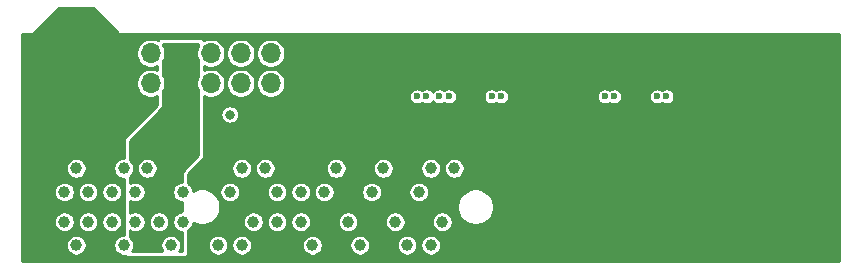
<source format=gbr>
%TF.GenerationSoftware,KiCad,Pcbnew,(5.1.10)-1*%
%TF.CreationDate,2021-08-10T10:59:40+01:00*%
%TF.ProjectId,t9120mezz,74393132-306d-4657-9a7a-2e6b69636164,rev?*%
%TF.SameCoordinates,Original*%
%TF.FileFunction,Copper,L3,Inr*%
%TF.FilePolarity,Positive*%
%FSLAX46Y46*%
G04 Gerber Fmt 4.6, Leading zero omitted, Abs format (unit mm)*
G04 Created by KiCad (PCBNEW (5.1.10)-1) date 2021-08-10 10:59:40*
%MOMM*%
%LPD*%
G01*
G04 APERTURE LIST*
%TA.AperFunction,ComponentPad*%
%ADD10C,1.000000*%
%TD*%
%TA.AperFunction,ComponentPad*%
%ADD11O,1.700000X1.700000*%
%TD*%
%TA.AperFunction,ComponentPad*%
%ADD12C,6.500000*%
%TD*%
%TA.AperFunction,ViaPad*%
%ADD13C,0.800000*%
%TD*%
%TA.AperFunction,ViaPad*%
%ADD14C,0.600000*%
%TD*%
%TA.AperFunction,Conductor*%
%ADD15C,0.250000*%
%TD*%
%TA.AperFunction,Conductor*%
%ADD16C,0.254000*%
%TD*%
%TA.AperFunction,Conductor*%
%ADD17C,0.100000*%
%TD*%
G04 APERTURE END LIST*
D10*
%TO.N,GND*%
%TO.C,J1*%
X89150000Y-108050000D03*
%TO.N,Net-(J1-PadA32)*%
X103150000Y-108050000D03*
%TO.N,GND*%
X103150000Y-114550000D03*
X102150000Y-110050000D03*
%TO.N,Net-(J1-PadB31)*%
X102150000Y-112550000D03*
%TO.N,/X4MEZZ_PER3_N*%
X101150000Y-108050000D03*
%TO.N,Net-(J1-PadB30)*%
X101150000Y-114550000D03*
%TO.N,/X4MEZZ_PER3_P*%
X100150000Y-110050000D03*
%TO.N,GND*%
X100150000Y-112550000D03*
X99150000Y-108050000D03*
%TO.N,/X4MEZZ_PET3_N*%
X99150000Y-114550000D03*
%TO.N,GND*%
X98150000Y-110050000D03*
%TO.N,/X4MEZZ_PET3_P*%
X98150000Y-112550000D03*
%TO.N,/X4MEZZ_PER2_N*%
X97150000Y-108050000D03*
%TO.N,GND*%
X97150000Y-114550000D03*
%TO.N,/X4MEZZ_PER2_P*%
X96150000Y-110050000D03*
%TO.N,GND*%
X96150000Y-112550000D03*
X95150000Y-108050000D03*
%TO.N,/X4MEZZ_PET2_N*%
X95150000Y-114550000D03*
%TO.N,GND*%
X94150000Y-110050000D03*
%TO.N,/X4MEZZ_PET2_P*%
X94150000Y-112550000D03*
%TO.N,/X4MEZZ_PER1_N*%
X93150000Y-108050000D03*
%TO.N,GND*%
X93150000Y-114550000D03*
%TO.N,/X4MEZZ_PER1_P*%
X92150000Y-110050000D03*
%TO.N,GND*%
X92150000Y-112550000D03*
X91150000Y-108050000D03*
%TO.N,/X4MEZZ_PET1_N*%
X91150000Y-114550000D03*
%TO.N,Net-(J1-PadA19)*%
X90150000Y-110050000D03*
%TO.N,/X4MEZZ_PET1_P*%
X90150000Y-112550000D03*
%TO.N,GND*%
X89150000Y-114550000D03*
%TO.N,/X4MEZZ_PER0_N*%
X88150000Y-110050000D03*
%TO.N,Net-(J1-PadB17)*%
X88150000Y-112550000D03*
%TO.N,/X4MEZZ_PER0_P*%
X87150000Y-108050000D03*
%TO.N,GND*%
X87150000Y-114550000D03*
X86150000Y-110050000D03*
%TO.N,/X4MEZZ_PET0_N*%
X86150000Y-112550000D03*
%TO.N,/REFCLK_IN_N*%
X85150000Y-108050000D03*
%TO.N,/X4MEZZ_PET0_P*%
X85150000Y-114550000D03*
%TO.N,/REFCLK_IN_P*%
X84150000Y-110050000D03*
%TO.N,GND*%
X84150000Y-112550000D03*
X83150000Y-108050000D03*
%TO.N,Net-(J1-PadB12)*%
X83150000Y-114550000D03*
%TO.N,/~WAKE*%
X80150000Y-112550000D03*
%TO.N,+3.3VA*%
X79150000Y-114550000D03*
%TO.N,Net-(J1-PadB9)*%
X78150000Y-112550000D03*
%TO.N,+3V3*%
X77150000Y-114550000D03*
%TO.N,GND*%
X76150000Y-112550000D03*
%TO.N,/SMDAT*%
X75150000Y-114550000D03*
%TO.N,/SMCLK*%
X74150000Y-112550000D03*
%TO.N,GND*%
X73150000Y-114550000D03*
%TO.N,+12V*%
X72150000Y-112550000D03*
X71150000Y-114550000D03*
X70150000Y-112550000D03*
%TO.N,/~PERST*%
X80150000Y-110050000D03*
%TO.N,+3V3*%
X79150000Y-108050000D03*
X78150000Y-110050000D03*
%TO.N,Net-(J1-PadA8)*%
X77150000Y-108050000D03*
%TO.N,Net-(J1-PadA7)*%
X76150000Y-110050000D03*
%TO.N,Net-(J1-PadA6)*%
X75150000Y-108050000D03*
%TO.N,Net-(J1-PadA5)*%
X74150000Y-110050000D03*
%TO.N,GND*%
X73150000Y-108050000D03*
%TO.N,+12V*%
X72150000Y-110050000D03*
X71150000Y-108050000D03*
%TO.N,/PRSNT*%
X70150000Y-110050000D03*
%TD*%
D11*
%TO.N,GND*%
%TO.C,J4*%
X131450000Y-98300000D03*
X133990000Y-98300000D03*
X131450000Y-100840000D03*
X133990000Y-100840000D03*
X131450000Y-103380000D03*
X133990000Y-103380000D03*
X133990000Y-105920000D03*
%TD*%
%TO.N,/SMDAT*%
%TO.C,J3*%
X87610000Y-98300000D03*
%TO.N,/~PERST*%
X87610000Y-100840000D03*
%TO.N,/SMCLK*%
X85070000Y-98300000D03*
%TO.N,/~WAKE*%
X85070000Y-100840000D03*
%TO.N,+3.3VA*%
X82530000Y-98300000D03*
X82530000Y-100840000D03*
%TO.N,+3V3*%
X79990000Y-98300000D03*
X79990000Y-100840000D03*
%TO.N,+12V*%
X77450000Y-98300000D03*
X77450000Y-100840000D03*
%TD*%
D12*
%TO.N,GND*%
%TO.C,REF\u002A\u002A*%
X71100000Y-97600000D03*
%TD*%
D13*
%TO.N,GND*%
X67150000Y-97300000D03*
X135150000Y-115300000D03*
X135150000Y-112300000D03*
X135150000Y-109300000D03*
X67150000Y-100300000D03*
X129650000Y-97300000D03*
X126150000Y-97300000D03*
X122650000Y-97300000D03*
X119150000Y-97300000D03*
X115650000Y-97300000D03*
X112150000Y-97300000D03*
X108650000Y-97300000D03*
X105150000Y-97300000D03*
X101650000Y-97300000D03*
X98150000Y-97300000D03*
X94650000Y-97300000D03*
X91150000Y-97300000D03*
X112400000Y-100300000D03*
X124150000Y-102300000D03*
X124150000Y-105800000D03*
X111650000Y-110800000D03*
X108150000Y-110800000D03*
X115150000Y-110800000D03*
X121150000Y-109300000D03*
X98150000Y-100800000D03*
X94650000Y-100800000D03*
X91150000Y-100800000D03*
X131650000Y-115300000D03*
X128150000Y-115300000D03*
X124650000Y-115300000D03*
X121150000Y-115300000D03*
X117650000Y-115300000D03*
X114150000Y-115300000D03*
X110650000Y-115300000D03*
X118650000Y-109300000D03*
X71100000Y-95200000D03*
X73500000Y-97600000D03*
X72800000Y-99300000D03*
X71100000Y-100000000D03*
X69450000Y-99250000D03*
X68750000Y-97600000D03*
X69400000Y-95950000D03*
X72750000Y-95900014D03*
D14*
%TO.N,/X4MEZZ_PET3_N*%
X121114655Y-101950000D03*
%TO.N,/X4MEZZ_PET3_P*%
X120311455Y-101950000D03*
%TO.N,/X4MEZZ_PET2_N*%
X116693665Y-101950000D03*
%TO.N,/X4MEZZ_PET2_P*%
X115890465Y-101950000D03*
%TO.N,/X4MEZZ_PET1_N*%
X107114655Y-101951602D03*
%TO.N,/X4MEZZ_PET1_P*%
X106311455Y-101951602D03*
%TO.N,/X4MEZZ_PET0_N*%
X102693665Y-101951602D03*
%TO.N,/REFCLK_IN_N*%
X100798955Y-101951602D03*
%TO.N,/X4MEZZ_PET0_P*%
X101890465Y-101951602D03*
%TO.N,/REFCLK_IN_P*%
X99995755Y-101951602D03*
D13*
%TO.N,/~WAKE*%
X84137340Y-103487340D03*
%TD*%
D15*
%TO.N,+3V3*%
X79990000Y-98300000D02*
X79990000Y-100840000D01*
X79990000Y-107210000D02*
X79150000Y-108050000D01*
X79990000Y-100840000D02*
X79990000Y-107210000D01*
X77150000Y-111050000D02*
X77150000Y-114550000D01*
X78150000Y-110050000D02*
X77150000Y-111050000D01*
X78150000Y-109050000D02*
X78150000Y-110050000D01*
X79150000Y-108050000D02*
X78150000Y-109050000D01*
%TD*%
D16*
%TO.N,+3V3*%
X81473000Y-97666171D02*
X81439102Y-97716903D01*
X81346307Y-97940931D01*
X81299000Y-98178757D01*
X81299000Y-98421243D01*
X81346307Y-98659069D01*
X81439102Y-98883097D01*
X81473000Y-98933829D01*
X81473000Y-100206171D01*
X81439102Y-100256903D01*
X81346307Y-100480931D01*
X81299000Y-100718757D01*
X81299000Y-100961243D01*
X81346307Y-101199069D01*
X81439102Y-101423097D01*
X81473000Y-101473829D01*
X81473000Y-106947394D01*
X80160197Y-108260197D01*
X80144403Y-108279443D01*
X80132667Y-108301399D01*
X80125440Y-108325224D01*
X80123000Y-108350000D01*
X80123000Y-109169000D01*
X80063229Y-109169000D01*
X79893022Y-109202856D01*
X79732690Y-109269268D01*
X79588395Y-109365682D01*
X79465682Y-109488395D01*
X79369268Y-109632690D01*
X79302856Y-109793022D01*
X79269000Y-109963229D01*
X79269000Y-110136771D01*
X79302856Y-110306978D01*
X79369268Y-110467310D01*
X79465682Y-110611605D01*
X79588395Y-110734318D01*
X79732690Y-110830732D01*
X79893022Y-110897144D01*
X80063229Y-110931000D01*
X80123000Y-110931000D01*
X80123000Y-111669000D01*
X80063229Y-111669000D01*
X79893022Y-111702856D01*
X79732690Y-111769268D01*
X79588395Y-111865682D01*
X79465682Y-111988395D01*
X79369268Y-112132690D01*
X79302856Y-112293022D01*
X79269000Y-112463229D01*
X79269000Y-112636771D01*
X79302856Y-112806978D01*
X79369268Y-112967310D01*
X79465682Y-113111605D01*
X79588395Y-113234318D01*
X79732690Y-113330732D01*
X79893022Y-113397144D01*
X80063229Y-113431000D01*
X80123000Y-113431000D01*
X80123000Y-115073000D01*
X79860113Y-115073000D01*
X79930732Y-114967310D01*
X79997144Y-114806978D01*
X80031000Y-114636771D01*
X80031000Y-114463229D01*
X79997144Y-114293022D01*
X79930732Y-114132690D01*
X79834318Y-113988395D01*
X79711605Y-113865682D01*
X79567310Y-113769268D01*
X79406978Y-113702856D01*
X79236771Y-113669000D01*
X79063229Y-113669000D01*
X78893022Y-113702856D01*
X78732690Y-113769268D01*
X78588395Y-113865682D01*
X78465682Y-113988395D01*
X78369268Y-114132690D01*
X78302856Y-114293022D01*
X78269000Y-114463229D01*
X78269000Y-114636771D01*
X78302856Y-114806978D01*
X78369268Y-114967310D01*
X78439887Y-115073000D01*
X75860113Y-115073000D01*
X75930732Y-114967310D01*
X75997144Y-114806978D01*
X76031000Y-114636771D01*
X76031000Y-114463229D01*
X75997144Y-114293022D01*
X75930732Y-114132690D01*
X75834318Y-113988395D01*
X75711605Y-113865682D01*
X75677000Y-113842560D01*
X75677000Y-113293521D01*
X75732690Y-113330732D01*
X75893022Y-113397144D01*
X76063229Y-113431000D01*
X76236771Y-113431000D01*
X76406978Y-113397144D01*
X76567310Y-113330732D01*
X76711605Y-113234318D01*
X76834318Y-113111605D01*
X76930732Y-112967310D01*
X76997144Y-112806978D01*
X77031000Y-112636771D01*
X77031000Y-112463229D01*
X77269000Y-112463229D01*
X77269000Y-112636771D01*
X77302856Y-112806978D01*
X77369268Y-112967310D01*
X77465682Y-113111605D01*
X77588395Y-113234318D01*
X77732690Y-113330732D01*
X77893022Y-113397144D01*
X78063229Y-113431000D01*
X78236771Y-113431000D01*
X78406978Y-113397144D01*
X78567310Y-113330732D01*
X78711605Y-113234318D01*
X78834318Y-113111605D01*
X78930732Y-112967310D01*
X78997144Y-112806978D01*
X79031000Y-112636771D01*
X79031000Y-112463229D01*
X78997144Y-112293022D01*
X78930732Y-112132690D01*
X78834318Y-111988395D01*
X78711605Y-111865682D01*
X78567310Y-111769268D01*
X78406978Y-111702856D01*
X78236771Y-111669000D01*
X78063229Y-111669000D01*
X77893022Y-111702856D01*
X77732690Y-111769268D01*
X77588395Y-111865682D01*
X77465682Y-111988395D01*
X77369268Y-112132690D01*
X77302856Y-112293022D01*
X77269000Y-112463229D01*
X77031000Y-112463229D01*
X76997144Y-112293022D01*
X76930732Y-112132690D01*
X76834318Y-111988395D01*
X76711605Y-111865682D01*
X76567310Y-111769268D01*
X76406978Y-111702856D01*
X76236771Y-111669000D01*
X76063229Y-111669000D01*
X75893022Y-111702856D01*
X75732690Y-111769268D01*
X75677000Y-111806479D01*
X75677000Y-110793521D01*
X75732690Y-110830732D01*
X75893022Y-110897144D01*
X76063229Y-110931000D01*
X76236771Y-110931000D01*
X76406978Y-110897144D01*
X76567310Y-110830732D01*
X76711605Y-110734318D01*
X76834318Y-110611605D01*
X76930732Y-110467310D01*
X76997144Y-110306978D01*
X77031000Y-110136771D01*
X77031000Y-109963229D01*
X76997144Y-109793022D01*
X76930732Y-109632690D01*
X76834318Y-109488395D01*
X76711605Y-109365682D01*
X76567310Y-109269268D01*
X76406978Y-109202856D01*
X76236771Y-109169000D01*
X76063229Y-109169000D01*
X75893022Y-109202856D01*
X75732690Y-109269268D01*
X75677000Y-109306479D01*
X75677000Y-108757440D01*
X75711605Y-108734318D01*
X75834318Y-108611605D01*
X75930732Y-108467310D01*
X75997144Y-108306978D01*
X76031000Y-108136771D01*
X76031000Y-107963229D01*
X76269000Y-107963229D01*
X76269000Y-108136771D01*
X76302856Y-108306978D01*
X76369268Y-108467310D01*
X76465682Y-108611605D01*
X76588395Y-108734318D01*
X76732690Y-108830732D01*
X76893022Y-108897144D01*
X77063229Y-108931000D01*
X77236771Y-108931000D01*
X77406978Y-108897144D01*
X77567310Y-108830732D01*
X77711605Y-108734318D01*
X77834318Y-108611605D01*
X77930732Y-108467310D01*
X77997144Y-108306978D01*
X78031000Y-108136771D01*
X78031000Y-107963229D01*
X77997144Y-107793022D01*
X77930732Y-107632690D01*
X77834318Y-107488395D01*
X77711605Y-107365682D01*
X77567310Y-107269268D01*
X77406978Y-107202856D01*
X77236771Y-107169000D01*
X77063229Y-107169000D01*
X76893022Y-107202856D01*
X76732690Y-107269268D01*
X76588395Y-107365682D01*
X76465682Y-107488395D01*
X76369268Y-107632690D01*
X76302856Y-107793022D01*
X76269000Y-107963229D01*
X76031000Y-107963229D01*
X75997144Y-107793022D01*
X75930732Y-107632690D01*
X75834318Y-107488395D01*
X75711605Y-107365682D01*
X75677000Y-107342560D01*
X75677000Y-105702606D01*
X78489803Y-102889803D01*
X78505597Y-102870557D01*
X78517333Y-102848601D01*
X78524560Y-102824776D01*
X78527000Y-102800000D01*
X78527000Y-101443897D01*
X78540898Y-101423097D01*
X78633693Y-101199069D01*
X78681000Y-100961243D01*
X78681000Y-100718757D01*
X78633693Y-100480931D01*
X78540898Y-100256903D01*
X78527000Y-100236103D01*
X78527000Y-98903897D01*
X78540898Y-98883097D01*
X78633693Y-98659069D01*
X78681000Y-98421243D01*
X78681000Y-98178757D01*
X78633693Y-97940931D01*
X78540898Y-97716903D01*
X78527000Y-97696103D01*
X78527000Y-97477000D01*
X81473000Y-97477000D01*
X81473000Y-97666171D01*
%TA.AperFunction,Conductor*%
D17*
G36*
X81473000Y-97666171D02*
G01*
X81439102Y-97716903D01*
X81346307Y-97940931D01*
X81299000Y-98178757D01*
X81299000Y-98421243D01*
X81346307Y-98659069D01*
X81439102Y-98883097D01*
X81473000Y-98933829D01*
X81473000Y-100206171D01*
X81439102Y-100256903D01*
X81346307Y-100480931D01*
X81299000Y-100718757D01*
X81299000Y-100961243D01*
X81346307Y-101199069D01*
X81439102Y-101423097D01*
X81473000Y-101473829D01*
X81473000Y-106947394D01*
X80160197Y-108260197D01*
X80144403Y-108279443D01*
X80132667Y-108301399D01*
X80125440Y-108325224D01*
X80123000Y-108350000D01*
X80123000Y-109169000D01*
X80063229Y-109169000D01*
X79893022Y-109202856D01*
X79732690Y-109269268D01*
X79588395Y-109365682D01*
X79465682Y-109488395D01*
X79369268Y-109632690D01*
X79302856Y-109793022D01*
X79269000Y-109963229D01*
X79269000Y-110136771D01*
X79302856Y-110306978D01*
X79369268Y-110467310D01*
X79465682Y-110611605D01*
X79588395Y-110734318D01*
X79732690Y-110830732D01*
X79893022Y-110897144D01*
X80063229Y-110931000D01*
X80123000Y-110931000D01*
X80123000Y-111669000D01*
X80063229Y-111669000D01*
X79893022Y-111702856D01*
X79732690Y-111769268D01*
X79588395Y-111865682D01*
X79465682Y-111988395D01*
X79369268Y-112132690D01*
X79302856Y-112293022D01*
X79269000Y-112463229D01*
X79269000Y-112636771D01*
X79302856Y-112806978D01*
X79369268Y-112967310D01*
X79465682Y-113111605D01*
X79588395Y-113234318D01*
X79732690Y-113330732D01*
X79893022Y-113397144D01*
X80063229Y-113431000D01*
X80123000Y-113431000D01*
X80123000Y-115073000D01*
X79860113Y-115073000D01*
X79930732Y-114967310D01*
X79997144Y-114806978D01*
X80031000Y-114636771D01*
X80031000Y-114463229D01*
X79997144Y-114293022D01*
X79930732Y-114132690D01*
X79834318Y-113988395D01*
X79711605Y-113865682D01*
X79567310Y-113769268D01*
X79406978Y-113702856D01*
X79236771Y-113669000D01*
X79063229Y-113669000D01*
X78893022Y-113702856D01*
X78732690Y-113769268D01*
X78588395Y-113865682D01*
X78465682Y-113988395D01*
X78369268Y-114132690D01*
X78302856Y-114293022D01*
X78269000Y-114463229D01*
X78269000Y-114636771D01*
X78302856Y-114806978D01*
X78369268Y-114967310D01*
X78439887Y-115073000D01*
X75860113Y-115073000D01*
X75930732Y-114967310D01*
X75997144Y-114806978D01*
X76031000Y-114636771D01*
X76031000Y-114463229D01*
X75997144Y-114293022D01*
X75930732Y-114132690D01*
X75834318Y-113988395D01*
X75711605Y-113865682D01*
X75677000Y-113842560D01*
X75677000Y-113293521D01*
X75732690Y-113330732D01*
X75893022Y-113397144D01*
X76063229Y-113431000D01*
X76236771Y-113431000D01*
X76406978Y-113397144D01*
X76567310Y-113330732D01*
X76711605Y-113234318D01*
X76834318Y-113111605D01*
X76930732Y-112967310D01*
X76997144Y-112806978D01*
X77031000Y-112636771D01*
X77031000Y-112463229D01*
X77269000Y-112463229D01*
X77269000Y-112636771D01*
X77302856Y-112806978D01*
X77369268Y-112967310D01*
X77465682Y-113111605D01*
X77588395Y-113234318D01*
X77732690Y-113330732D01*
X77893022Y-113397144D01*
X78063229Y-113431000D01*
X78236771Y-113431000D01*
X78406978Y-113397144D01*
X78567310Y-113330732D01*
X78711605Y-113234318D01*
X78834318Y-113111605D01*
X78930732Y-112967310D01*
X78997144Y-112806978D01*
X79031000Y-112636771D01*
X79031000Y-112463229D01*
X78997144Y-112293022D01*
X78930732Y-112132690D01*
X78834318Y-111988395D01*
X78711605Y-111865682D01*
X78567310Y-111769268D01*
X78406978Y-111702856D01*
X78236771Y-111669000D01*
X78063229Y-111669000D01*
X77893022Y-111702856D01*
X77732690Y-111769268D01*
X77588395Y-111865682D01*
X77465682Y-111988395D01*
X77369268Y-112132690D01*
X77302856Y-112293022D01*
X77269000Y-112463229D01*
X77031000Y-112463229D01*
X76997144Y-112293022D01*
X76930732Y-112132690D01*
X76834318Y-111988395D01*
X76711605Y-111865682D01*
X76567310Y-111769268D01*
X76406978Y-111702856D01*
X76236771Y-111669000D01*
X76063229Y-111669000D01*
X75893022Y-111702856D01*
X75732690Y-111769268D01*
X75677000Y-111806479D01*
X75677000Y-110793521D01*
X75732690Y-110830732D01*
X75893022Y-110897144D01*
X76063229Y-110931000D01*
X76236771Y-110931000D01*
X76406978Y-110897144D01*
X76567310Y-110830732D01*
X76711605Y-110734318D01*
X76834318Y-110611605D01*
X76930732Y-110467310D01*
X76997144Y-110306978D01*
X77031000Y-110136771D01*
X77031000Y-109963229D01*
X76997144Y-109793022D01*
X76930732Y-109632690D01*
X76834318Y-109488395D01*
X76711605Y-109365682D01*
X76567310Y-109269268D01*
X76406978Y-109202856D01*
X76236771Y-109169000D01*
X76063229Y-109169000D01*
X75893022Y-109202856D01*
X75732690Y-109269268D01*
X75677000Y-109306479D01*
X75677000Y-108757440D01*
X75711605Y-108734318D01*
X75834318Y-108611605D01*
X75930732Y-108467310D01*
X75997144Y-108306978D01*
X76031000Y-108136771D01*
X76031000Y-107963229D01*
X76269000Y-107963229D01*
X76269000Y-108136771D01*
X76302856Y-108306978D01*
X76369268Y-108467310D01*
X76465682Y-108611605D01*
X76588395Y-108734318D01*
X76732690Y-108830732D01*
X76893022Y-108897144D01*
X77063229Y-108931000D01*
X77236771Y-108931000D01*
X77406978Y-108897144D01*
X77567310Y-108830732D01*
X77711605Y-108734318D01*
X77834318Y-108611605D01*
X77930732Y-108467310D01*
X77997144Y-108306978D01*
X78031000Y-108136771D01*
X78031000Y-107963229D01*
X77997144Y-107793022D01*
X77930732Y-107632690D01*
X77834318Y-107488395D01*
X77711605Y-107365682D01*
X77567310Y-107269268D01*
X77406978Y-107202856D01*
X77236771Y-107169000D01*
X77063229Y-107169000D01*
X76893022Y-107202856D01*
X76732690Y-107269268D01*
X76588395Y-107365682D01*
X76465682Y-107488395D01*
X76369268Y-107632690D01*
X76302856Y-107793022D01*
X76269000Y-107963229D01*
X76031000Y-107963229D01*
X75997144Y-107793022D01*
X75930732Y-107632690D01*
X75834318Y-107488395D01*
X75711605Y-107365682D01*
X75677000Y-107342560D01*
X75677000Y-105702606D01*
X78489803Y-102889803D01*
X78505597Y-102870557D01*
X78517333Y-102848601D01*
X78524560Y-102824776D01*
X78527000Y-102800000D01*
X78527000Y-101443897D01*
X78540898Y-101423097D01*
X78633693Y-101199069D01*
X78681000Y-100961243D01*
X78681000Y-100718757D01*
X78633693Y-100480931D01*
X78540898Y-100256903D01*
X78527000Y-100236103D01*
X78527000Y-98903897D01*
X78540898Y-98883097D01*
X78633693Y-98659069D01*
X78681000Y-98421243D01*
X78681000Y-98178757D01*
X78633693Y-97940931D01*
X78540898Y-97716903D01*
X78527000Y-97696103D01*
X78527000Y-97477000D01*
X81473000Y-97477000D01*
X81473000Y-97666171D01*
G37*
%TD.AperFunction*%
%TD*%
D16*
%TO.N,GND*%
X74648816Y-96572987D02*
X74661526Y-96588474D01*
X74677013Y-96601184D01*
X74677015Y-96601186D01*
X74723347Y-96639210D01*
X74793878Y-96676910D01*
X74870410Y-96700125D01*
X74950000Y-96707964D01*
X74969941Y-96706000D01*
X135744000Y-96706000D01*
X135744001Y-115894000D01*
X66556000Y-115894000D01*
X66556000Y-114463229D01*
X70269000Y-114463229D01*
X70269000Y-114636771D01*
X70302856Y-114806978D01*
X70369268Y-114967310D01*
X70465682Y-115111605D01*
X70588395Y-115234318D01*
X70732690Y-115330732D01*
X70893022Y-115397144D01*
X71063229Y-115431000D01*
X71236771Y-115431000D01*
X71406978Y-115397144D01*
X71567310Y-115330732D01*
X71711605Y-115234318D01*
X71834318Y-115111605D01*
X71930732Y-114967310D01*
X71997144Y-114806978D01*
X72031000Y-114636771D01*
X72031000Y-114463229D01*
X71997144Y-114293022D01*
X71930732Y-114132690D01*
X71834318Y-113988395D01*
X71711605Y-113865682D01*
X71567310Y-113769268D01*
X71406978Y-113702856D01*
X71236771Y-113669000D01*
X71063229Y-113669000D01*
X70893022Y-113702856D01*
X70732690Y-113769268D01*
X70588395Y-113865682D01*
X70465682Y-113988395D01*
X70369268Y-114132690D01*
X70302856Y-114293022D01*
X70269000Y-114463229D01*
X66556000Y-114463229D01*
X66556000Y-112463229D01*
X69269000Y-112463229D01*
X69269000Y-112636771D01*
X69302856Y-112806978D01*
X69369268Y-112967310D01*
X69465682Y-113111605D01*
X69588395Y-113234318D01*
X69732690Y-113330732D01*
X69893022Y-113397144D01*
X70063229Y-113431000D01*
X70236771Y-113431000D01*
X70406978Y-113397144D01*
X70567310Y-113330732D01*
X70711605Y-113234318D01*
X70834318Y-113111605D01*
X70930732Y-112967310D01*
X70997144Y-112806978D01*
X71031000Y-112636771D01*
X71031000Y-112463229D01*
X71269000Y-112463229D01*
X71269000Y-112636771D01*
X71302856Y-112806978D01*
X71369268Y-112967310D01*
X71465682Y-113111605D01*
X71588395Y-113234318D01*
X71732690Y-113330732D01*
X71893022Y-113397144D01*
X72063229Y-113431000D01*
X72236771Y-113431000D01*
X72406978Y-113397144D01*
X72567310Y-113330732D01*
X72711605Y-113234318D01*
X72834318Y-113111605D01*
X72930732Y-112967310D01*
X72997144Y-112806978D01*
X73031000Y-112636771D01*
X73031000Y-112463229D01*
X73269000Y-112463229D01*
X73269000Y-112636771D01*
X73302856Y-112806978D01*
X73369268Y-112967310D01*
X73465682Y-113111605D01*
X73588395Y-113234318D01*
X73732690Y-113330732D01*
X73893022Y-113397144D01*
X74063229Y-113431000D01*
X74236771Y-113431000D01*
X74406978Y-113397144D01*
X74567310Y-113330732D01*
X74711605Y-113234318D01*
X74834318Y-113111605D01*
X74930732Y-112967310D01*
X74997144Y-112806978D01*
X75031000Y-112636771D01*
X75031000Y-112463229D01*
X74997144Y-112293022D01*
X74930732Y-112132690D01*
X74834318Y-111988395D01*
X74711605Y-111865682D01*
X74567310Y-111769268D01*
X74406978Y-111702856D01*
X74236771Y-111669000D01*
X74063229Y-111669000D01*
X73893022Y-111702856D01*
X73732690Y-111769268D01*
X73588395Y-111865682D01*
X73465682Y-111988395D01*
X73369268Y-112132690D01*
X73302856Y-112293022D01*
X73269000Y-112463229D01*
X73031000Y-112463229D01*
X72997144Y-112293022D01*
X72930732Y-112132690D01*
X72834318Y-111988395D01*
X72711605Y-111865682D01*
X72567310Y-111769268D01*
X72406978Y-111702856D01*
X72236771Y-111669000D01*
X72063229Y-111669000D01*
X71893022Y-111702856D01*
X71732690Y-111769268D01*
X71588395Y-111865682D01*
X71465682Y-111988395D01*
X71369268Y-112132690D01*
X71302856Y-112293022D01*
X71269000Y-112463229D01*
X71031000Y-112463229D01*
X70997144Y-112293022D01*
X70930732Y-112132690D01*
X70834318Y-111988395D01*
X70711605Y-111865682D01*
X70567310Y-111769268D01*
X70406978Y-111702856D01*
X70236771Y-111669000D01*
X70063229Y-111669000D01*
X69893022Y-111702856D01*
X69732690Y-111769268D01*
X69588395Y-111865682D01*
X69465682Y-111988395D01*
X69369268Y-112132690D01*
X69302856Y-112293022D01*
X69269000Y-112463229D01*
X66556000Y-112463229D01*
X66556000Y-109963229D01*
X69269000Y-109963229D01*
X69269000Y-110136771D01*
X69302856Y-110306978D01*
X69369268Y-110467310D01*
X69465682Y-110611605D01*
X69588395Y-110734318D01*
X69732690Y-110830732D01*
X69893022Y-110897144D01*
X70063229Y-110931000D01*
X70236771Y-110931000D01*
X70406978Y-110897144D01*
X70567310Y-110830732D01*
X70711605Y-110734318D01*
X70834318Y-110611605D01*
X70930732Y-110467310D01*
X70997144Y-110306978D01*
X71031000Y-110136771D01*
X71031000Y-109963229D01*
X71269000Y-109963229D01*
X71269000Y-110136771D01*
X71302856Y-110306978D01*
X71369268Y-110467310D01*
X71465682Y-110611605D01*
X71588395Y-110734318D01*
X71732690Y-110830732D01*
X71893022Y-110897144D01*
X72063229Y-110931000D01*
X72236771Y-110931000D01*
X72406978Y-110897144D01*
X72567310Y-110830732D01*
X72711605Y-110734318D01*
X72834318Y-110611605D01*
X72930732Y-110467310D01*
X72997144Y-110306978D01*
X73031000Y-110136771D01*
X73031000Y-109963229D01*
X73269000Y-109963229D01*
X73269000Y-110136771D01*
X73302856Y-110306978D01*
X73369268Y-110467310D01*
X73465682Y-110611605D01*
X73588395Y-110734318D01*
X73732690Y-110830732D01*
X73893022Y-110897144D01*
X74063229Y-110931000D01*
X74236771Y-110931000D01*
X74406978Y-110897144D01*
X74567310Y-110830732D01*
X74711605Y-110734318D01*
X74834318Y-110611605D01*
X74930732Y-110467310D01*
X74997144Y-110306978D01*
X75031000Y-110136771D01*
X75031000Y-109963229D01*
X74997144Y-109793022D01*
X74930732Y-109632690D01*
X74834318Y-109488395D01*
X74711605Y-109365682D01*
X74567310Y-109269268D01*
X74406978Y-109202856D01*
X74236771Y-109169000D01*
X74063229Y-109169000D01*
X73893022Y-109202856D01*
X73732690Y-109269268D01*
X73588395Y-109365682D01*
X73465682Y-109488395D01*
X73369268Y-109632690D01*
X73302856Y-109793022D01*
X73269000Y-109963229D01*
X73031000Y-109963229D01*
X72997144Y-109793022D01*
X72930732Y-109632690D01*
X72834318Y-109488395D01*
X72711605Y-109365682D01*
X72567310Y-109269268D01*
X72406978Y-109202856D01*
X72236771Y-109169000D01*
X72063229Y-109169000D01*
X71893022Y-109202856D01*
X71732690Y-109269268D01*
X71588395Y-109365682D01*
X71465682Y-109488395D01*
X71369268Y-109632690D01*
X71302856Y-109793022D01*
X71269000Y-109963229D01*
X71031000Y-109963229D01*
X70997144Y-109793022D01*
X70930732Y-109632690D01*
X70834318Y-109488395D01*
X70711605Y-109365682D01*
X70567310Y-109269268D01*
X70406978Y-109202856D01*
X70236771Y-109169000D01*
X70063229Y-109169000D01*
X69893022Y-109202856D01*
X69732690Y-109269268D01*
X69588395Y-109365682D01*
X69465682Y-109488395D01*
X69369268Y-109632690D01*
X69302856Y-109793022D01*
X69269000Y-109963229D01*
X66556000Y-109963229D01*
X66556000Y-107963229D01*
X70269000Y-107963229D01*
X70269000Y-108136771D01*
X70302856Y-108306978D01*
X70369268Y-108467310D01*
X70465682Y-108611605D01*
X70588395Y-108734318D01*
X70732690Y-108830732D01*
X70893022Y-108897144D01*
X71063229Y-108931000D01*
X71236771Y-108931000D01*
X71406978Y-108897144D01*
X71567310Y-108830732D01*
X71711605Y-108734318D01*
X71834318Y-108611605D01*
X71930732Y-108467310D01*
X71997144Y-108306978D01*
X72031000Y-108136771D01*
X72031000Y-107963229D01*
X74269000Y-107963229D01*
X74269000Y-108136771D01*
X74302856Y-108306978D01*
X74369268Y-108467310D01*
X74465682Y-108611605D01*
X74588395Y-108734318D01*
X74732690Y-108830732D01*
X74893022Y-108897144D01*
X75063229Y-108931000D01*
X75169000Y-108931000D01*
X75169000Y-113669000D01*
X75063229Y-113669000D01*
X74893022Y-113702856D01*
X74732690Y-113769268D01*
X74588395Y-113865682D01*
X74465682Y-113988395D01*
X74369268Y-114132690D01*
X74302856Y-114293022D01*
X74269000Y-114463229D01*
X74269000Y-114636771D01*
X74302856Y-114806978D01*
X74369268Y-114967310D01*
X74465682Y-115111605D01*
X74588395Y-115234318D01*
X74732690Y-115330732D01*
X74893022Y-115397144D01*
X75063229Y-115431000D01*
X75236771Y-115431000D01*
X75247346Y-115428897D01*
X75280592Y-115469408D01*
X75338328Y-115516790D01*
X75404198Y-115551998D01*
X75475671Y-115573679D01*
X75550000Y-115581000D01*
X80250000Y-115581000D01*
X80324329Y-115573679D01*
X80395802Y-115551998D01*
X80461672Y-115516790D01*
X80519408Y-115469408D01*
X80566790Y-115411672D01*
X80601998Y-115345802D01*
X80623679Y-115274329D01*
X80631000Y-115200000D01*
X80631000Y-114463229D01*
X82269000Y-114463229D01*
X82269000Y-114636771D01*
X82302856Y-114806978D01*
X82369268Y-114967310D01*
X82465682Y-115111605D01*
X82588395Y-115234318D01*
X82732690Y-115330732D01*
X82893022Y-115397144D01*
X83063229Y-115431000D01*
X83236771Y-115431000D01*
X83406978Y-115397144D01*
X83567310Y-115330732D01*
X83711605Y-115234318D01*
X83834318Y-115111605D01*
X83930732Y-114967310D01*
X83997144Y-114806978D01*
X84031000Y-114636771D01*
X84031000Y-114463229D01*
X84269000Y-114463229D01*
X84269000Y-114636771D01*
X84302856Y-114806978D01*
X84369268Y-114967310D01*
X84465682Y-115111605D01*
X84588395Y-115234318D01*
X84732690Y-115330732D01*
X84893022Y-115397144D01*
X85063229Y-115431000D01*
X85236771Y-115431000D01*
X85406978Y-115397144D01*
X85567310Y-115330732D01*
X85711605Y-115234318D01*
X85834318Y-115111605D01*
X85930732Y-114967310D01*
X85997144Y-114806978D01*
X86031000Y-114636771D01*
X86031000Y-114463229D01*
X90269000Y-114463229D01*
X90269000Y-114636771D01*
X90302856Y-114806978D01*
X90369268Y-114967310D01*
X90465682Y-115111605D01*
X90588395Y-115234318D01*
X90732690Y-115330732D01*
X90893022Y-115397144D01*
X91063229Y-115431000D01*
X91236771Y-115431000D01*
X91406978Y-115397144D01*
X91567310Y-115330732D01*
X91711605Y-115234318D01*
X91834318Y-115111605D01*
X91930732Y-114967310D01*
X91997144Y-114806978D01*
X92031000Y-114636771D01*
X92031000Y-114463229D01*
X94269000Y-114463229D01*
X94269000Y-114636771D01*
X94302856Y-114806978D01*
X94369268Y-114967310D01*
X94465682Y-115111605D01*
X94588395Y-115234318D01*
X94732690Y-115330732D01*
X94893022Y-115397144D01*
X95063229Y-115431000D01*
X95236771Y-115431000D01*
X95406978Y-115397144D01*
X95567310Y-115330732D01*
X95711605Y-115234318D01*
X95834318Y-115111605D01*
X95930732Y-114967310D01*
X95997144Y-114806978D01*
X96031000Y-114636771D01*
X96031000Y-114463229D01*
X98269000Y-114463229D01*
X98269000Y-114636771D01*
X98302856Y-114806978D01*
X98369268Y-114967310D01*
X98465682Y-115111605D01*
X98588395Y-115234318D01*
X98732690Y-115330732D01*
X98893022Y-115397144D01*
X99063229Y-115431000D01*
X99236771Y-115431000D01*
X99406978Y-115397144D01*
X99567310Y-115330732D01*
X99711605Y-115234318D01*
X99834318Y-115111605D01*
X99930732Y-114967310D01*
X99997144Y-114806978D01*
X100031000Y-114636771D01*
X100031000Y-114463229D01*
X100269000Y-114463229D01*
X100269000Y-114636771D01*
X100302856Y-114806978D01*
X100369268Y-114967310D01*
X100465682Y-115111605D01*
X100588395Y-115234318D01*
X100732690Y-115330732D01*
X100893022Y-115397144D01*
X101063229Y-115431000D01*
X101236771Y-115431000D01*
X101406978Y-115397144D01*
X101567310Y-115330732D01*
X101711605Y-115234318D01*
X101834318Y-115111605D01*
X101930732Y-114967310D01*
X101997144Y-114806978D01*
X102031000Y-114636771D01*
X102031000Y-114463229D01*
X101997144Y-114293022D01*
X101930732Y-114132690D01*
X101834318Y-113988395D01*
X101711605Y-113865682D01*
X101567310Y-113769268D01*
X101406978Y-113702856D01*
X101236771Y-113669000D01*
X101063229Y-113669000D01*
X100893022Y-113702856D01*
X100732690Y-113769268D01*
X100588395Y-113865682D01*
X100465682Y-113988395D01*
X100369268Y-114132690D01*
X100302856Y-114293022D01*
X100269000Y-114463229D01*
X100031000Y-114463229D01*
X99997144Y-114293022D01*
X99930732Y-114132690D01*
X99834318Y-113988395D01*
X99711605Y-113865682D01*
X99567310Y-113769268D01*
X99406978Y-113702856D01*
X99236771Y-113669000D01*
X99063229Y-113669000D01*
X98893022Y-113702856D01*
X98732690Y-113769268D01*
X98588395Y-113865682D01*
X98465682Y-113988395D01*
X98369268Y-114132690D01*
X98302856Y-114293022D01*
X98269000Y-114463229D01*
X96031000Y-114463229D01*
X95997144Y-114293022D01*
X95930732Y-114132690D01*
X95834318Y-113988395D01*
X95711605Y-113865682D01*
X95567310Y-113769268D01*
X95406978Y-113702856D01*
X95236771Y-113669000D01*
X95063229Y-113669000D01*
X94893022Y-113702856D01*
X94732690Y-113769268D01*
X94588395Y-113865682D01*
X94465682Y-113988395D01*
X94369268Y-114132690D01*
X94302856Y-114293022D01*
X94269000Y-114463229D01*
X92031000Y-114463229D01*
X91997144Y-114293022D01*
X91930732Y-114132690D01*
X91834318Y-113988395D01*
X91711605Y-113865682D01*
X91567310Y-113769268D01*
X91406978Y-113702856D01*
X91236771Y-113669000D01*
X91063229Y-113669000D01*
X90893022Y-113702856D01*
X90732690Y-113769268D01*
X90588395Y-113865682D01*
X90465682Y-113988395D01*
X90369268Y-114132690D01*
X90302856Y-114293022D01*
X90269000Y-114463229D01*
X86031000Y-114463229D01*
X85997144Y-114293022D01*
X85930732Y-114132690D01*
X85834318Y-113988395D01*
X85711605Y-113865682D01*
X85567310Y-113769268D01*
X85406978Y-113702856D01*
X85236771Y-113669000D01*
X85063229Y-113669000D01*
X84893022Y-113702856D01*
X84732690Y-113769268D01*
X84588395Y-113865682D01*
X84465682Y-113988395D01*
X84369268Y-114132690D01*
X84302856Y-114293022D01*
X84269000Y-114463229D01*
X84031000Y-114463229D01*
X83997144Y-114293022D01*
X83930732Y-114132690D01*
X83834318Y-113988395D01*
X83711605Y-113865682D01*
X83567310Y-113769268D01*
X83406978Y-113702856D01*
X83236771Y-113669000D01*
X83063229Y-113669000D01*
X82893022Y-113702856D01*
X82732690Y-113769268D01*
X82588395Y-113865682D01*
X82465682Y-113988395D01*
X82369268Y-114132690D01*
X82302856Y-114293022D01*
X82269000Y-114463229D01*
X80631000Y-114463229D01*
X80631000Y-113288176D01*
X80711605Y-113234318D01*
X80834318Y-113111605D01*
X80930732Y-112967310D01*
X80997144Y-112806978D01*
X81027351Y-112655117D01*
X81062958Y-112678909D01*
X81346131Y-112796204D01*
X81646747Y-112856000D01*
X81953253Y-112856000D01*
X82253869Y-112796204D01*
X82537042Y-112678909D01*
X82791892Y-112508624D01*
X82837287Y-112463229D01*
X85269000Y-112463229D01*
X85269000Y-112636771D01*
X85302856Y-112806978D01*
X85369268Y-112967310D01*
X85465682Y-113111605D01*
X85588395Y-113234318D01*
X85732690Y-113330732D01*
X85893022Y-113397144D01*
X86063229Y-113431000D01*
X86236771Y-113431000D01*
X86406978Y-113397144D01*
X86567310Y-113330732D01*
X86711605Y-113234318D01*
X86834318Y-113111605D01*
X86930732Y-112967310D01*
X86997144Y-112806978D01*
X87031000Y-112636771D01*
X87031000Y-112463229D01*
X87269000Y-112463229D01*
X87269000Y-112636771D01*
X87302856Y-112806978D01*
X87369268Y-112967310D01*
X87465682Y-113111605D01*
X87588395Y-113234318D01*
X87732690Y-113330732D01*
X87893022Y-113397144D01*
X88063229Y-113431000D01*
X88236771Y-113431000D01*
X88406978Y-113397144D01*
X88567310Y-113330732D01*
X88711605Y-113234318D01*
X88834318Y-113111605D01*
X88930732Y-112967310D01*
X88997144Y-112806978D01*
X89031000Y-112636771D01*
X89031000Y-112463229D01*
X89269000Y-112463229D01*
X89269000Y-112636771D01*
X89302856Y-112806978D01*
X89369268Y-112967310D01*
X89465682Y-113111605D01*
X89588395Y-113234318D01*
X89732690Y-113330732D01*
X89893022Y-113397144D01*
X90063229Y-113431000D01*
X90236771Y-113431000D01*
X90406978Y-113397144D01*
X90567310Y-113330732D01*
X90711605Y-113234318D01*
X90834318Y-113111605D01*
X90930732Y-112967310D01*
X90997144Y-112806978D01*
X91031000Y-112636771D01*
X91031000Y-112463229D01*
X93269000Y-112463229D01*
X93269000Y-112636771D01*
X93302856Y-112806978D01*
X93369268Y-112967310D01*
X93465682Y-113111605D01*
X93588395Y-113234318D01*
X93732690Y-113330732D01*
X93893022Y-113397144D01*
X94063229Y-113431000D01*
X94236771Y-113431000D01*
X94406978Y-113397144D01*
X94567310Y-113330732D01*
X94711605Y-113234318D01*
X94834318Y-113111605D01*
X94930732Y-112967310D01*
X94997144Y-112806978D01*
X95031000Y-112636771D01*
X95031000Y-112463229D01*
X97269000Y-112463229D01*
X97269000Y-112636771D01*
X97302856Y-112806978D01*
X97369268Y-112967310D01*
X97465682Y-113111605D01*
X97588395Y-113234318D01*
X97732690Y-113330732D01*
X97893022Y-113397144D01*
X98063229Y-113431000D01*
X98236771Y-113431000D01*
X98406978Y-113397144D01*
X98567310Y-113330732D01*
X98711605Y-113234318D01*
X98834318Y-113111605D01*
X98930732Y-112967310D01*
X98997144Y-112806978D01*
X99031000Y-112636771D01*
X99031000Y-112463229D01*
X101269000Y-112463229D01*
X101269000Y-112636771D01*
X101302856Y-112806978D01*
X101369268Y-112967310D01*
X101465682Y-113111605D01*
X101588395Y-113234318D01*
X101732690Y-113330732D01*
X101893022Y-113397144D01*
X102063229Y-113431000D01*
X102236771Y-113431000D01*
X102406978Y-113397144D01*
X102567310Y-113330732D01*
X102711605Y-113234318D01*
X102834318Y-113111605D01*
X102930732Y-112967310D01*
X102997144Y-112806978D01*
X103031000Y-112636771D01*
X103031000Y-112463229D01*
X102997144Y-112293022D01*
X102930732Y-112132690D01*
X102834318Y-111988395D01*
X102711605Y-111865682D01*
X102567310Y-111769268D01*
X102406978Y-111702856D01*
X102236771Y-111669000D01*
X102063229Y-111669000D01*
X101893022Y-111702856D01*
X101732690Y-111769268D01*
X101588395Y-111865682D01*
X101465682Y-111988395D01*
X101369268Y-112132690D01*
X101302856Y-112293022D01*
X101269000Y-112463229D01*
X99031000Y-112463229D01*
X98997144Y-112293022D01*
X98930732Y-112132690D01*
X98834318Y-111988395D01*
X98711605Y-111865682D01*
X98567310Y-111769268D01*
X98406978Y-111702856D01*
X98236771Y-111669000D01*
X98063229Y-111669000D01*
X97893022Y-111702856D01*
X97732690Y-111769268D01*
X97588395Y-111865682D01*
X97465682Y-111988395D01*
X97369268Y-112132690D01*
X97302856Y-112293022D01*
X97269000Y-112463229D01*
X95031000Y-112463229D01*
X94997144Y-112293022D01*
X94930732Y-112132690D01*
X94834318Y-111988395D01*
X94711605Y-111865682D01*
X94567310Y-111769268D01*
X94406978Y-111702856D01*
X94236771Y-111669000D01*
X94063229Y-111669000D01*
X93893022Y-111702856D01*
X93732690Y-111769268D01*
X93588395Y-111865682D01*
X93465682Y-111988395D01*
X93369268Y-112132690D01*
X93302856Y-112293022D01*
X93269000Y-112463229D01*
X91031000Y-112463229D01*
X90997144Y-112293022D01*
X90930732Y-112132690D01*
X90834318Y-111988395D01*
X90711605Y-111865682D01*
X90567310Y-111769268D01*
X90406978Y-111702856D01*
X90236771Y-111669000D01*
X90063229Y-111669000D01*
X89893022Y-111702856D01*
X89732690Y-111769268D01*
X89588395Y-111865682D01*
X89465682Y-111988395D01*
X89369268Y-112132690D01*
X89302856Y-112293022D01*
X89269000Y-112463229D01*
X89031000Y-112463229D01*
X88997144Y-112293022D01*
X88930732Y-112132690D01*
X88834318Y-111988395D01*
X88711605Y-111865682D01*
X88567310Y-111769268D01*
X88406978Y-111702856D01*
X88236771Y-111669000D01*
X88063229Y-111669000D01*
X87893022Y-111702856D01*
X87732690Y-111769268D01*
X87588395Y-111865682D01*
X87465682Y-111988395D01*
X87369268Y-112132690D01*
X87302856Y-112293022D01*
X87269000Y-112463229D01*
X87031000Y-112463229D01*
X86997144Y-112293022D01*
X86930732Y-112132690D01*
X86834318Y-111988395D01*
X86711605Y-111865682D01*
X86567310Y-111769268D01*
X86406978Y-111702856D01*
X86236771Y-111669000D01*
X86063229Y-111669000D01*
X85893022Y-111702856D01*
X85732690Y-111769268D01*
X85588395Y-111865682D01*
X85465682Y-111988395D01*
X85369268Y-112132690D01*
X85302856Y-112293022D01*
X85269000Y-112463229D01*
X82837287Y-112463229D01*
X83008624Y-112291892D01*
X83178909Y-112037042D01*
X83296204Y-111753869D01*
X83356000Y-111453253D01*
X83356000Y-111146747D01*
X103394000Y-111146747D01*
X103394000Y-111453253D01*
X103453796Y-111753869D01*
X103571091Y-112037042D01*
X103741376Y-112291892D01*
X103958108Y-112508624D01*
X104212958Y-112678909D01*
X104496131Y-112796204D01*
X104796747Y-112856000D01*
X105103253Y-112856000D01*
X105403869Y-112796204D01*
X105687042Y-112678909D01*
X105941892Y-112508624D01*
X106158624Y-112291892D01*
X106328909Y-112037042D01*
X106446204Y-111753869D01*
X106506000Y-111453253D01*
X106506000Y-111146747D01*
X106446204Y-110846131D01*
X106328909Y-110562958D01*
X106158624Y-110308108D01*
X105941892Y-110091376D01*
X105687042Y-109921091D01*
X105403869Y-109803796D01*
X105103253Y-109744000D01*
X104796747Y-109744000D01*
X104496131Y-109803796D01*
X104212958Y-109921091D01*
X103958108Y-110091376D01*
X103741376Y-110308108D01*
X103571091Y-110562958D01*
X103453796Y-110846131D01*
X103394000Y-111146747D01*
X83356000Y-111146747D01*
X83296204Y-110846131D01*
X83178909Y-110562958D01*
X83008624Y-110308108D01*
X82791892Y-110091376D01*
X82600107Y-109963229D01*
X83269000Y-109963229D01*
X83269000Y-110136771D01*
X83302856Y-110306978D01*
X83369268Y-110467310D01*
X83465682Y-110611605D01*
X83588395Y-110734318D01*
X83732690Y-110830732D01*
X83893022Y-110897144D01*
X84063229Y-110931000D01*
X84236771Y-110931000D01*
X84406978Y-110897144D01*
X84567310Y-110830732D01*
X84711605Y-110734318D01*
X84834318Y-110611605D01*
X84930732Y-110467310D01*
X84997144Y-110306978D01*
X85031000Y-110136771D01*
X85031000Y-109963229D01*
X87269000Y-109963229D01*
X87269000Y-110136771D01*
X87302856Y-110306978D01*
X87369268Y-110467310D01*
X87465682Y-110611605D01*
X87588395Y-110734318D01*
X87732690Y-110830732D01*
X87893022Y-110897144D01*
X88063229Y-110931000D01*
X88236771Y-110931000D01*
X88406978Y-110897144D01*
X88567310Y-110830732D01*
X88711605Y-110734318D01*
X88834318Y-110611605D01*
X88930732Y-110467310D01*
X88997144Y-110306978D01*
X89031000Y-110136771D01*
X89031000Y-109963229D01*
X89269000Y-109963229D01*
X89269000Y-110136771D01*
X89302856Y-110306978D01*
X89369268Y-110467310D01*
X89465682Y-110611605D01*
X89588395Y-110734318D01*
X89732690Y-110830732D01*
X89893022Y-110897144D01*
X90063229Y-110931000D01*
X90236771Y-110931000D01*
X90406978Y-110897144D01*
X90567310Y-110830732D01*
X90711605Y-110734318D01*
X90834318Y-110611605D01*
X90930732Y-110467310D01*
X90997144Y-110306978D01*
X91031000Y-110136771D01*
X91031000Y-109963229D01*
X91269000Y-109963229D01*
X91269000Y-110136771D01*
X91302856Y-110306978D01*
X91369268Y-110467310D01*
X91465682Y-110611605D01*
X91588395Y-110734318D01*
X91732690Y-110830732D01*
X91893022Y-110897144D01*
X92063229Y-110931000D01*
X92236771Y-110931000D01*
X92406978Y-110897144D01*
X92567310Y-110830732D01*
X92711605Y-110734318D01*
X92834318Y-110611605D01*
X92930732Y-110467310D01*
X92997144Y-110306978D01*
X93031000Y-110136771D01*
X93031000Y-109963229D01*
X95269000Y-109963229D01*
X95269000Y-110136771D01*
X95302856Y-110306978D01*
X95369268Y-110467310D01*
X95465682Y-110611605D01*
X95588395Y-110734318D01*
X95732690Y-110830732D01*
X95893022Y-110897144D01*
X96063229Y-110931000D01*
X96236771Y-110931000D01*
X96406978Y-110897144D01*
X96567310Y-110830732D01*
X96711605Y-110734318D01*
X96834318Y-110611605D01*
X96930732Y-110467310D01*
X96997144Y-110306978D01*
X97031000Y-110136771D01*
X97031000Y-109963229D01*
X99269000Y-109963229D01*
X99269000Y-110136771D01*
X99302856Y-110306978D01*
X99369268Y-110467310D01*
X99465682Y-110611605D01*
X99588395Y-110734318D01*
X99732690Y-110830732D01*
X99893022Y-110897144D01*
X100063229Y-110931000D01*
X100236771Y-110931000D01*
X100406978Y-110897144D01*
X100567310Y-110830732D01*
X100711605Y-110734318D01*
X100834318Y-110611605D01*
X100930732Y-110467310D01*
X100997144Y-110306978D01*
X101031000Y-110136771D01*
X101031000Y-109963229D01*
X100997144Y-109793022D01*
X100930732Y-109632690D01*
X100834318Y-109488395D01*
X100711605Y-109365682D01*
X100567310Y-109269268D01*
X100406978Y-109202856D01*
X100236771Y-109169000D01*
X100063229Y-109169000D01*
X99893022Y-109202856D01*
X99732690Y-109269268D01*
X99588395Y-109365682D01*
X99465682Y-109488395D01*
X99369268Y-109632690D01*
X99302856Y-109793022D01*
X99269000Y-109963229D01*
X97031000Y-109963229D01*
X96997144Y-109793022D01*
X96930732Y-109632690D01*
X96834318Y-109488395D01*
X96711605Y-109365682D01*
X96567310Y-109269268D01*
X96406978Y-109202856D01*
X96236771Y-109169000D01*
X96063229Y-109169000D01*
X95893022Y-109202856D01*
X95732690Y-109269268D01*
X95588395Y-109365682D01*
X95465682Y-109488395D01*
X95369268Y-109632690D01*
X95302856Y-109793022D01*
X95269000Y-109963229D01*
X93031000Y-109963229D01*
X92997144Y-109793022D01*
X92930732Y-109632690D01*
X92834318Y-109488395D01*
X92711605Y-109365682D01*
X92567310Y-109269268D01*
X92406978Y-109202856D01*
X92236771Y-109169000D01*
X92063229Y-109169000D01*
X91893022Y-109202856D01*
X91732690Y-109269268D01*
X91588395Y-109365682D01*
X91465682Y-109488395D01*
X91369268Y-109632690D01*
X91302856Y-109793022D01*
X91269000Y-109963229D01*
X91031000Y-109963229D01*
X90997144Y-109793022D01*
X90930732Y-109632690D01*
X90834318Y-109488395D01*
X90711605Y-109365682D01*
X90567310Y-109269268D01*
X90406978Y-109202856D01*
X90236771Y-109169000D01*
X90063229Y-109169000D01*
X89893022Y-109202856D01*
X89732690Y-109269268D01*
X89588395Y-109365682D01*
X89465682Y-109488395D01*
X89369268Y-109632690D01*
X89302856Y-109793022D01*
X89269000Y-109963229D01*
X89031000Y-109963229D01*
X88997144Y-109793022D01*
X88930732Y-109632690D01*
X88834318Y-109488395D01*
X88711605Y-109365682D01*
X88567310Y-109269268D01*
X88406978Y-109202856D01*
X88236771Y-109169000D01*
X88063229Y-109169000D01*
X87893022Y-109202856D01*
X87732690Y-109269268D01*
X87588395Y-109365682D01*
X87465682Y-109488395D01*
X87369268Y-109632690D01*
X87302856Y-109793022D01*
X87269000Y-109963229D01*
X85031000Y-109963229D01*
X84997144Y-109793022D01*
X84930732Y-109632690D01*
X84834318Y-109488395D01*
X84711605Y-109365682D01*
X84567310Y-109269268D01*
X84406978Y-109202856D01*
X84236771Y-109169000D01*
X84063229Y-109169000D01*
X83893022Y-109202856D01*
X83732690Y-109269268D01*
X83588395Y-109365682D01*
X83465682Y-109488395D01*
X83369268Y-109632690D01*
X83302856Y-109793022D01*
X83269000Y-109963229D01*
X82600107Y-109963229D01*
X82537042Y-109921091D01*
X82253869Y-109803796D01*
X81953253Y-109744000D01*
X81646747Y-109744000D01*
X81346131Y-109803796D01*
X81062958Y-109921091D01*
X81027351Y-109944883D01*
X80997144Y-109793022D01*
X80930732Y-109632690D01*
X80834318Y-109488395D01*
X80711605Y-109365682D01*
X80631000Y-109311824D01*
X80631000Y-108507816D01*
X81175587Y-107963229D01*
X84269000Y-107963229D01*
X84269000Y-108136771D01*
X84302856Y-108306978D01*
X84369268Y-108467310D01*
X84465682Y-108611605D01*
X84588395Y-108734318D01*
X84732690Y-108830732D01*
X84893022Y-108897144D01*
X85063229Y-108931000D01*
X85236771Y-108931000D01*
X85406978Y-108897144D01*
X85567310Y-108830732D01*
X85711605Y-108734318D01*
X85834318Y-108611605D01*
X85930732Y-108467310D01*
X85997144Y-108306978D01*
X86031000Y-108136771D01*
X86031000Y-107963229D01*
X86269000Y-107963229D01*
X86269000Y-108136771D01*
X86302856Y-108306978D01*
X86369268Y-108467310D01*
X86465682Y-108611605D01*
X86588395Y-108734318D01*
X86732690Y-108830732D01*
X86893022Y-108897144D01*
X87063229Y-108931000D01*
X87236771Y-108931000D01*
X87406978Y-108897144D01*
X87567310Y-108830732D01*
X87711605Y-108734318D01*
X87834318Y-108611605D01*
X87930732Y-108467310D01*
X87997144Y-108306978D01*
X88031000Y-108136771D01*
X88031000Y-107963229D01*
X92269000Y-107963229D01*
X92269000Y-108136771D01*
X92302856Y-108306978D01*
X92369268Y-108467310D01*
X92465682Y-108611605D01*
X92588395Y-108734318D01*
X92732690Y-108830732D01*
X92893022Y-108897144D01*
X93063229Y-108931000D01*
X93236771Y-108931000D01*
X93406978Y-108897144D01*
X93567310Y-108830732D01*
X93711605Y-108734318D01*
X93834318Y-108611605D01*
X93930732Y-108467310D01*
X93997144Y-108306978D01*
X94031000Y-108136771D01*
X94031000Y-107963229D01*
X96269000Y-107963229D01*
X96269000Y-108136771D01*
X96302856Y-108306978D01*
X96369268Y-108467310D01*
X96465682Y-108611605D01*
X96588395Y-108734318D01*
X96732690Y-108830732D01*
X96893022Y-108897144D01*
X97063229Y-108931000D01*
X97236771Y-108931000D01*
X97406978Y-108897144D01*
X97567310Y-108830732D01*
X97711605Y-108734318D01*
X97834318Y-108611605D01*
X97930732Y-108467310D01*
X97997144Y-108306978D01*
X98031000Y-108136771D01*
X98031000Y-107963229D01*
X100269000Y-107963229D01*
X100269000Y-108136771D01*
X100302856Y-108306978D01*
X100369268Y-108467310D01*
X100465682Y-108611605D01*
X100588395Y-108734318D01*
X100732690Y-108830732D01*
X100893022Y-108897144D01*
X101063229Y-108931000D01*
X101236771Y-108931000D01*
X101406978Y-108897144D01*
X101567310Y-108830732D01*
X101711605Y-108734318D01*
X101834318Y-108611605D01*
X101930732Y-108467310D01*
X101997144Y-108306978D01*
X102031000Y-108136771D01*
X102031000Y-107963229D01*
X102269000Y-107963229D01*
X102269000Y-108136771D01*
X102302856Y-108306978D01*
X102369268Y-108467310D01*
X102465682Y-108611605D01*
X102588395Y-108734318D01*
X102732690Y-108830732D01*
X102893022Y-108897144D01*
X103063229Y-108931000D01*
X103236771Y-108931000D01*
X103406978Y-108897144D01*
X103567310Y-108830732D01*
X103711605Y-108734318D01*
X103834318Y-108611605D01*
X103930732Y-108467310D01*
X103997144Y-108306978D01*
X104031000Y-108136771D01*
X104031000Y-107963229D01*
X103997144Y-107793022D01*
X103930732Y-107632690D01*
X103834318Y-107488395D01*
X103711605Y-107365682D01*
X103567310Y-107269268D01*
X103406978Y-107202856D01*
X103236771Y-107169000D01*
X103063229Y-107169000D01*
X102893022Y-107202856D01*
X102732690Y-107269268D01*
X102588395Y-107365682D01*
X102465682Y-107488395D01*
X102369268Y-107632690D01*
X102302856Y-107793022D01*
X102269000Y-107963229D01*
X102031000Y-107963229D01*
X101997144Y-107793022D01*
X101930732Y-107632690D01*
X101834318Y-107488395D01*
X101711605Y-107365682D01*
X101567310Y-107269268D01*
X101406978Y-107202856D01*
X101236771Y-107169000D01*
X101063229Y-107169000D01*
X100893022Y-107202856D01*
X100732690Y-107269268D01*
X100588395Y-107365682D01*
X100465682Y-107488395D01*
X100369268Y-107632690D01*
X100302856Y-107793022D01*
X100269000Y-107963229D01*
X98031000Y-107963229D01*
X97997144Y-107793022D01*
X97930732Y-107632690D01*
X97834318Y-107488395D01*
X97711605Y-107365682D01*
X97567310Y-107269268D01*
X97406978Y-107202856D01*
X97236771Y-107169000D01*
X97063229Y-107169000D01*
X96893022Y-107202856D01*
X96732690Y-107269268D01*
X96588395Y-107365682D01*
X96465682Y-107488395D01*
X96369268Y-107632690D01*
X96302856Y-107793022D01*
X96269000Y-107963229D01*
X94031000Y-107963229D01*
X93997144Y-107793022D01*
X93930732Y-107632690D01*
X93834318Y-107488395D01*
X93711605Y-107365682D01*
X93567310Y-107269268D01*
X93406978Y-107202856D01*
X93236771Y-107169000D01*
X93063229Y-107169000D01*
X92893022Y-107202856D01*
X92732690Y-107269268D01*
X92588395Y-107365682D01*
X92465682Y-107488395D01*
X92369268Y-107632690D01*
X92302856Y-107793022D01*
X92269000Y-107963229D01*
X88031000Y-107963229D01*
X87997144Y-107793022D01*
X87930732Y-107632690D01*
X87834318Y-107488395D01*
X87711605Y-107365682D01*
X87567310Y-107269268D01*
X87406978Y-107202856D01*
X87236771Y-107169000D01*
X87063229Y-107169000D01*
X86893022Y-107202856D01*
X86732690Y-107269268D01*
X86588395Y-107365682D01*
X86465682Y-107488395D01*
X86369268Y-107632690D01*
X86302856Y-107793022D01*
X86269000Y-107963229D01*
X86031000Y-107963229D01*
X85997144Y-107793022D01*
X85930732Y-107632690D01*
X85834318Y-107488395D01*
X85711605Y-107365682D01*
X85567310Y-107269268D01*
X85406978Y-107202856D01*
X85236771Y-107169000D01*
X85063229Y-107169000D01*
X84893022Y-107202856D01*
X84732690Y-107269268D01*
X84588395Y-107365682D01*
X84465682Y-107488395D01*
X84369268Y-107632690D01*
X84302856Y-107793022D01*
X84269000Y-107963229D01*
X81175587Y-107963229D01*
X81869408Y-107269408D01*
X81916790Y-107211672D01*
X81951998Y-107145802D01*
X81973679Y-107074329D01*
X81981000Y-107000000D01*
X81981000Y-103410418D01*
X83356340Y-103410418D01*
X83356340Y-103564262D01*
X83386353Y-103715149D01*
X83445227Y-103857282D01*
X83530698Y-103985199D01*
X83639481Y-104093982D01*
X83767398Y-104179453D01*
X83909531Y-104238327D01*
X84060418Y-104268340D01*
X84214262Y-104268340D01*
X84365149Y-104238327D01*
X84507282Y-104179453D01*
X84635199Y-104093982D01*
X84743982Y-103985199D01*
X84829453Y-103857282D01*
X84888327Y-103715149D01*
X84918340Y-103564262D01*
X84918340Y-103410418D01*
X84888327Y-103259531D01*
X84829453Y-103117398D01*
X84743982Y-102989481D01*
X84635199Y-102880698D01*
X84507282Y-102795227D01*
X84365149Y-102736353D01*
X84214262Y-102706340D01*
X84060418Y-102706340D01*
X83909531Y-102736353D01*
X83767398Y-102795227D01*
X83639481Y-102880698D01*
X83530698Y-102989481D01*
X83445227Y-103117398D01*
X83386353Y-103259531D01*
X83356340Y-103410418D01*
X81981000Y-103410418D01*
X81981000Y-101945021D01*
X82170931Y-102023693D01*
X82408757Y-102071000D01*
X82651243Y-102071000D01*
X82889069Y-102023693D01*
X83113097Y-101930898D01*
X83314717Y-101796180D01*
X83486180Y-101624717D01*
X83620898Y-101423097D01*
X83713693Y-101199069D01*
X83761000Y-100961243D01*
X83761000Y-100718757D01*
X83839000Y-100718757D01*
X83839000Y-100961243D01*
X83886307Y-101199069D01*
X83979102Y-101423097D01*
X84113820Y-101624717D01*
X84285283Y-101796180D01*
X84486903Y-101930898D01*
X84710931Y-102023693D01*
X84948757Y-102071000D01*
X85191243Y-102071000D01*
X85429069Y-102023693D01*
X85653097Y-101930898D01*
X85854717Y-101796180D01*
X86026180Y-101624717D01*
X86160898Y-101423097D01*
X86253693Y-101199069D01*
X86301000Y-100961243D01*
X86301000Y-100718757D01*
X86379000Y-100718757D01*
X86379000Y-100961243D01*
X86426307Y-101199069D01*
X86519102Y-101423097D01*
X86653820Y-101624717D01*
X86825283Y-101796180D01*
X87026903Y-101930898D01*
X87250931Y-102023693D01*
X87488757Y-102071000D01*
X87731243Y-102071000D01*
X87969069Y-102023693D01*
X88193097Y-101930898D01*
X88262493Y-101884529D01*
X99314755Y-101884529D01*
X99314755Y-102018675D01*
X99340926Y-102150242D01*
X99392261Y-102274176D01*
X99466788Y-102385714D01*
X99561643Y-102480569D01*
X99673181Y-102555096D01*
X99797115Y-102606431D01*
X99928682Y-102632602D01*
X100062828Y-102632602D01*
X100194395Y-102606431D01*
X100318329Y-102555096D01*
X100397355Y-102502293D01*
X100476381Y-102555096D01*
X100600315Y-102606431D01*
X100731882Y-102632602D01*
X100866028Y-102632602D01*
X100997595Y-102606431D01*
X101121529Y-102555096D01*
X101233067Y-102480569D01*
X101327922Y-102385714D01*
X101344710Y-102360589D01*
X101361498Y-102385714D01*
X101456353Y-102480569D01*
X101567891Y-102555096D01*
X101691825Y-102606431D01*
X101823392Y-102632602D01*
X101957538Y-102632602D01*
X102089105Y-102606431D01*
X102213039Y-102555096D01*
X102292065Y-102502293D01*
X102371091Y-102555096D01*
X102495025Y-102606431D01*
X102626592Y-102632602D01*
X102760738Y-102632602D01*
X102892305Y-102606431D01*
X103016239Y-102555096D01*
X103127777Y-102480569D01*
X103222632Y-102385714D01*
X103297159Y-102274176D01*
X103348494Y-102150242D01*
X103374665Y-102018675D01*
X103374665Y-101884529D01*
X105630455Y-101884529D01*
X105630455Y-102018675D01*
X105656626Y-102150242D01*
X105707961Y-102274176D01*
X105782488Y-102385714D01*
X105877343Y-102480569D01*
X105988881Y-102555096D01*
X106112815Y-102606431D01*
X106244382Y-102632602D01*
X106378528Y-102632602D01*
X106510095Y-102606431D01*
X106634029Y-102555096D01*
X106713055Y-102502293D01*
X106792081Y-102555096D01*
X106916015Y-102606431D01*
X107047582Y-102632602D01*
X107181728Y-102632602D01*
X107313295Y-102606431D01*
X107437229Y-102555096D01*
X107548767Y-102480569D01*
X107643622Y-102385714D01*
X107718149Y-102274176D01*
X107769484Y-102150242D01*
X107795655Y-102018675D01*
X107795655Y-101884529D01*
X107795337Y-101882927D01*
X115209465Y-101882927D01*
X115209465Y-102017073D01*
X115235636Y-102148640D01*
X115286971Y-102272574D01*
X115361498Y-102384112D01*
X115456353Y-102478967D01*
X115567891Y-102553494D01*
X115691825Y-102604829D01*
X115823392Y-102631000D01*
X115957538Y-102631000D01*
X116089105Y-102604829D01*
X116213039Y-102553494D01*
X116292065Y-102500691D01*
X116371091Y-102553494D01*
X116495025Y-102604829D01*
X116626592Y-102631000D01*
X116760738Y-102631000D01*
X116892305Y-102604829D01*
X117016239Y-102553494D01*
X117127777Y-102478967D01*
X117222632Y-102384112D01*
X117297159Y-102272574D01*
X117348494Y-102148640D01*
X117374665Y-102017073D01*
X117374665Y-101882927D01*
X119630455Y-101882927D01*
X119630455Y-102017073D01*
X119656626Y-102148640D01*
X119707961Y-102272574D01*
X119782488Y-102384112D01*
X119877343Y-102478967D01*
X119988881Y-102553494D01*
X120112815Y-102604829D01*
X120244382Y-102631000D01*
X120378528Y-102631000D01*
X120510095Y-102604829D01*
X120634029Y-102553494D01*
X120713055Y-102500691D01*
X120792081Y-102553494D01*
X120916015Y-102604829D01*
X121047582Y-102631000D01*
X121181728Y-102631000D01*
X121313295Y-102604829D01*
X121437229Y-102553494D01*
X121548767Y-102478967D01*
X121643622Y-102384112D01*
X121718149Y-102272574D01*
X121769484Y-102148640D01*
X121795655Y-102017073D01*
X121795655Y-101882927D01*
X121769484Y-101751360D01*
X121718149Y-101627426D01*
X121643622Y-101515888D01*
X121548767Y-101421033D01*
X121437229Y-101346506D01*
X121313295Y-101295171D01*
X121181728Y-101269000D01*
X121047582Y-101269000D01*
X120916015Y-101295171D01*
X120792081Y-101346506D01*
X120713055Y-101399309D01*
X120634029Y-101346506D01*
X120510095Y-101295171D01*
X120378528Y-101269000D01*
X120244382Y-101269000D01*
X120112815Y-101295171D01*
X119988881Y-101346506D01*
X119877343Y-101421033D01*
X119782488Y-101515888D01*
X119707961Y-101627426D01*
X119656626Y-101751360D01*
X119630455Y-101882927D01*
X117374665Y-101882927D01*
X117348494Y-101751360D01*
X117297159Y-101627426D01*
X117222632Y-101515888D01*
X117127777Y-101421033D01*
X117016239Y-101346506D01*
X116892305Y-101295171D01*
X116760738Y-101269000D01*
X116626592Y-101269000D01*
X116495025Y-101295171D01*
X116371091Y-101346506D01*
X116292065Y-101399309D01*
X116213039Y-101346506D01*
X116089105Y-101295171D01*
X115957538Y-101269000D01*
X115823392Y-101269000D01*
X115691825Y-101295171D01*
X115567891Y-101346506D01*
X115456353Y-101421033D01*
X115361498Y-101515888D01*
X115286971Y-101627426D01*
X115235636Y-101751360D01*
X115209465Y-101882927D01*
X107795337Y-101882927D01*
X107769484Y-101752962D01*
X107718149Y-101629028D01*
X107643622Y-101517490D01*
X107548767Y-101422635D01*
X107437229Y-101348108D01*
X107313295Y-101296773D01*
X107181728Y-101270602D01*
X107047582Y-101270602D01*
X106916015Y-101296773D01*
X106792081Y-101348108D01*
X106713055Y-101400911D01*
X106634029Y-101348108D01*
X106510095Y-101296773D01*
X106378528Y-101270602D01*
X106244382Y-101270602D01*
X106112815Y-101296773D01*
X105988881Y-101348108D01*
X105877343Y-101422635D01*
X105782488Y-101517490D01*
X105707961Y-101629028D01*
X105656626Y-101752962D01*
X105630455Y-101884529D01*
X103374665Y-101884529D01*
X103348494Y-101752962D01*
X103297159Y-101629028D01*
X103222632Y-101517490D01*
X103127777Y-101422635D01*
X103016239Y-101348108D01*
X102892305Y-101296773D01*
X102760738Y-101270602D01*
X102626592Y-101270602D01*
X102495025Y-101296773D01*
X102371091Y-101348108D01*
X102292065Y-101400911D01*
X102213039Y-101348108D01*
X102089105Y-101296773D01*
X101957538Y-101270602D01*
X101823392Y-101270602D01*
X101691825Y-101296773D01*
X101567891Y-101348108D01*
X101456353Y-101422635D01*
X101361498Y-101517490D01*
X101344710Y-101542615D01*
X101327922Y-101517490D01*
X101233067Y-101422635D01*
X101121529Y-101348108D01*
X100997595Y-101296773D01*
X100866028Y-101270602D01*
X100731882Y-101270602D01*
X100600315Y-101296773D01*
X100476381Y-101348108D01*
X100397355Y-101400911D01*
X100318329Y-101348108D01*
X100194395Y-101296773D01*
X100062828Y-101270602D01*
X99928682Y-101270602D01*
X99797115Y-101296773D01*
X99673181Y-101348108D01*
X99561643Y-101422635D01*
X99466788Y-101517490D01*
X99392261Y-101629028D01*
X99340926Y-101752962D01*
X99314755Y-101884529D01*
X88262493Y-101884529D01*
X88394717Y-101796180D01*
X88566180Y-101624717D01*
X88700898Y-101423097D01*
X88793693Y-101199069D01*
X88841000Y-100961243D01*
X88841000Y-100718757D01*
X88793693Y-100480931D01*
X88700898Y-100256903D01*
X88566180Y-100055283D01*
X88394717Y-99883820D01*
X88193097Y-99749102D01*
X87969069Y-99656307D01*
X87731243Y-99609000D01*
X87488757Y-99609000D01*
X87250931Y-99656307D01*
X87026903Y-99749102D01*
X86825283Y-99883820D01*
X86653820Y-100055283D01*
X86519102Y-100256903D01*
X86426307Y-100480931D01*
X86379000Y-100718757D01*
X86301000Y-100718757D01*
X86253693Y-100480931D01*
X86160898Y-100256903D01*
X86026180Y-100055283D01*
X85854717Y-99883820D01*
X85653097Y-99749102D01*
X85429069Y-99656307D01*
X85191243Y-99609000D01*
X84948757Y-99609000D01*
X84710931Y-99656307D01*
X84486903Y-99749102D01*
X84285283Y-99883820D01*
X84113820Y-100055283D01*
X83979102Y-100256903D01*
X83886307Y-100480931D01*
X83839000Y-100718757D01*
X83761000Y-100718757D01*
X83713693Y-100480931D01*
X83620898Y-100256903D01*
X83486180Y-100055283D01*
X83314717Y-99883820D01*
X83113097Y-99749102D01*
X82889069Y-99656307D01*
X82651243Y-99609000D01*
X82408757Y-99609000D01*
X82170931Y-99656307D01*
X81981000Y-99734979D01*
X81981000Y-99405021D01*
X82170931Y-99483693D01*
X82408757Y-99531000D01*
X82651243Y-99531000D01*
X82889069Y-99483693D01*
X83113097Y-99390898D01*
X83314717Y-99256180D01*
X83486180Y-99084717D01*
X83620898Y-98883097D01*
X83713693Y-98659069D01*
X83761000Y-98421243D01*
X83761000Y-98178757D01*
X83839000Y-98178757D01*
X83839000Y-98421243D01*
X83886307Y-98659069D01*
X83979102Y-98883097D01*
X84113820Y-99084717D01*
X84285283Y-99256180D01*
X84486903Y-99390898D01*
X84710931Y-99483693D01*
X84948757Y-99531000D01*
X85191243Y-99531000D01*
X85429069Y-99483693D01*
X85653097Y-99390898D01*
X85854717Y-99256180D01*
X86026180Y-99084717D01*
X86160898Y-98883097D01*
X86253693Y-98659069D01*
X86301000Y-98421243D01*
X86301000Y-98178757D01*
X86379000Y-98178757D01*
X86379000Y-98421243D01*
X86426307Y-98659069D01*
X86519102Y-98883097D01*
X86653820Y-99084717D01*
X86825283Y-99256180D01*
X87026903Y-99390898D01*
X87250931Y-99483693D01*
X87488757Y-99531000D01*
X87731243Y-99531000D01*
X87969069Y-99483693D01*
X88193097Y-99390898D01*
X88394717Y-99256180D01*
X88566180Y-99084717D01*
X88700898Y-98883097D01*
X88793693Y-98659069D01*
X88841000Y-98421243D01*
X88841000Y-98178757D01*
X88793693Y-97940931D01*
X88700898Y-97716903D01*
X88566180Y-97515283D01*
X88394717Y-97343820D01*
X88193097Y-97209102D01*
X87969069Y-97116307D01*
X87731243Y-97069000D01*
X87488757Y-97069000D01*
X87250931Y-97116307D01*
X87026903Y-97209102D01*
X86825283Y-97343820D01*
X86653820Y-97515283D01*
X86519102Y-97716903D01*
X86426307Y-97940931D01*
X86379000Y-98178757D01*
X86301000Y-98178757D01*
X86253693Y-97940931D01*
X86160898Y-97716903D01*
X86026180Y-97515283D01*
X85854717Y-97343820D01*
X85653097Y-97209102D01*
X85429069Y-97116307D01*
X85191243Y-97069000D01*
X84948757Y-97069000D01*
X84710931Y-97116307D01*
X84486903Y-97209102D01*
X84285283Y-97343820D01*
X84113820Y-97515283D01*
X83979102Y-97716903D01*
X83886307Y-97940931D01*
X83839000Y-98178757D01*
X83761000Y-98178757D01*
X83713693Y-97940931D01*
X83620898Y-97716903D01*
X83486180Y-97515283D01*
X83314717Y-97343820D01*
X83113097Y-97209102D01*
X82889069Y-97116307D01*
X82651243Y-97069000D01*
X82408757Y-97069000D01*
X82170931Y-97116307D01*
X81952751Y-97206680D01*
X81951998Y-97204198D01*
X81916790Y-97138328D01*
X81869408Y-97080592D01*
X81811672Y-97033210D01*
X81745802Y-96998002D01*
X81674329Y-96976321D01*
X81600000Y-96969000D01*
X78400000Y-96969000D01*
X78325671Y-96976321D01*
X78254198Y-96998002D01*
X78188328Y-97033210D01*
X78130592Y-97080592D01*
X78083210Y-97138328D01*
X78048002Y-97204198D01*
X78044253Y-97216556D01*
X78033097Y-97209102D01*
X77809069Y-97116307D01*
X77571243Y-97069000D01*
X77328757Y-97069000D01*
X77090931Y-97116307D01*
X76866903Y-97209102D01*
X76665283Y-97343820D01*
X76493820Y-97515283D01*
X76359102Y-97716903D01*
X76266307Y-97940931D01*
X76219000Y-98178757D01*
X76219000Y-98421243D01*
X76266307Y-98659069D01*
X76359102Y-98883097D01*
X76493820Y-99084717D01*
X76665283Y-99256180D01*
X76866903Y-99390898D01*
X77090931Y-99483693D01*
X77328757Y-99531000D01*
X77571243Y-99531000D01*
X77809069Y-99483693D01*
X78019000Y-99396737D01*
X78019000Y-99743263D01*
X77809069Y-99656307D01*
X77571243Y-99609000D01*
X77328757Y-99609000D01*
X77090931Y-99656307D01*
X76866903Y-99749102D01*
X76665283Y-99883820D01*
X76493820Y-100055283D01*
X76359102Y-100256903D01*
X76266307Y-100480931D01*
X76219000Y-100718757D01*
X76219000Y-100961243D01*
X76266307Y-101199069D01*
X76359102Y-101423097D01*
X76493820Y-101624717D01*
X76665283Y-101796180D01*
X76866903Y-101930898D01*
X77090931Y-102023693D01*
X77328757Y-102071000D01*
X77571243Y-102071000D01*
X77809069Y-102023693D01*
X78019000Y-101936737D01*
X78019000Y-102642184D01*
X75280592Y-105380592D01*
X75233210Y-105438328D01*
X75198002Y-105504198D01*
X75176321Y-105575671D01*
X75169000Y-105650000D01*
X75169000Y-107169000D01*
X75063229Y-107169000D01*
X74893022Y-107202856D01*
X74732690Y-107269268D01*
X74588395Y-107365682D01*
X74465682Y-107488395D01*
X74369268Y-107632690D01*
X74302856Y-107793022D01*
X74269000Y-107963229D01*
X72031000Y-107963229D01*
X71997144Y-107793022D01*
X71930732Y-107632690D01*
X71834318Y-107488395D01*
X71711605Y-107365682D01*
X71567310Y-107269268D01*
X71406978Y-107202856D01*
X71236771Y-107169000D01*
X71063229Y-107169000D01*
X70893022Y-107202856D01*
X70732690Y-107269268D01*
X70588395Y-107365682D01*
X70465682Y-107488395D01*
X70369268Y-107632690D01*
X70302856Y-107793022D01*
X70269000Y-107963229D01*
X66556000Y-107963229D01*
X66556000Y-96706000D01*
X67230067Y-96706000D01*
X67250000Y-96707963D01*
X67269933Y-96706000D01*
X67269941Y-96706000D01*
X67329590Y-96700125D01*
X67406121Y-96676910D01*
X67476653Y-96639210D01*
X67538474Y-96588474D01*
X67551193Y-96572976D01*
X69668171Y-94456000D01*
X72531831Y-94456000D01*
X74648816Y-96572987D01*
%TA.AperFunction,Conductor*%
D17*
G36*
X74648816Y-96572987D02*
G01*
X74661526Y-96588474D01*
X74677013Y-96601184D01*
X74677015Y-96601186D01*
X74723347Y-96639210D01*
X74793878Y-96676910D01*
X74870410Y-96700125D01*
X74950000Y-96707964D01*
X74969941Y-96706000D01*
X135744000Y-96706000D01*
X135744001Y-115894000D01*
X66556000Y-115894000D01*
X66556000Y-114463229D01*
X70269000Y-114463229D01*
X70269000Y-114636771D01*
X70302856Y-114806978D01*
X70369268Y-114967310D01*
X70465682Y-115111605D01*
X70588395Y-115234318D01*
X70732690Y-115330732D01*
X70893022Y-115397144D01*
X71063229Y-115431000D01*
X71236771Y-115431000D01*
X71406978Y-115397144D01*
X71567310Y-115330732D01*
X71711605Y-115234318D01*
X71834318Y-115111605D01*
X71930732Y-114967310D01*
X71997144Y-114806978D01*
X72031000Y-114636771D01*
X72031000Y-114463229D01*
X71997144Y-114293022D01*
X71930732Y-114132690D01*
X71834318Y-113988395D01*
X71711605Y-113865682D01*
X71567310Y-113769268D01*
X71406978Y-113702856D01*
X71236771Y-113669000D01*
X71063229Y-113669000D01*
X70893022Y-113702856D01*
X70732690Y-113769268D01*
X70588395Y-113865682D01*
X70465682Y-113988395D01*
X70369268Y-114132690D01*
X70302856Y-114293022D01*
X70269000Y-114463229D01*
X66556000Y-114463229D01*
X66556000Y-112463229D01*
X69269000Y-112463229D01*
X69269000Y-112636771D01*
X69302856Y-112806978D01*
X69369268Y-112967310D01*
X69465682Y-113111605D01*
X69588395Y-113234318D01*
X69732690Y-113330732D01*
X69893022Y-113397144D01*
X70063229Y-113431000D01*
X70236771Y-113431000D01*
X70406978Y-113397144D01*
X70567310Y-113330732D01*
X70711605Y-113234318D01*
X70834318Y-113111605D01*
X70930732Y-112967310D01*
X70997144Y-112806978D01*
X71031000Y-112636771D01*
X71031000Y-112463229D01*
X71269000Y-112463229D01*
X71269000Y-112636771D01*
X71302856Y-112806978D01*
X71369268Y-112967310D01*
X71465682Y-113111605D01*
X71588395Y-113234318D01*
X71732690Y-113330732D01*
X71893022Y-113397144D01*
X72063229Y-113431000D01*
X72236771Y-113431000D01*
X72406978Y-113397144D01*
X72567310Y-113330732D01*
X72711605Y-113234318D01*
X72834318Y-113111605D01*
X72930732Y-112967310D01*
X72997144Y-112806978D01*
X73031000Y-112636771D01*
X73031000Y-112463229D01*
X73269000Y-112463229D01*
X73269000Y-112636771D01*
X73302856Y-112806978D01*
X73369268Y-112967310D01*
X73465682Y-113111605D01*
X73588395Y-113234318D01*
X73732690Y-113330732D01*
X73893022Y-113397144D01*
X74063229Y-113431000D01*
X74236771Y-113431000D01*
X74406978Y-113397144D01*
X74567310Y-113330732D01*
X74711605Y-113234318D01*
X74834318Y-113111605D01*
X74930732Y-112967310D01*
X74997144Y-112806978D01*
X75031000Y-112636771D01*
X75031000Y-112463229D01*
X74997144Y-112293022D01*
X74930732Y-112132690D01*
X74834318Y-111988395D01*
X74711605Y-111865682D01*
X74567310Y-111769268D01*
X74406978Y-111702856D01*
X74236771Y-111669000D01*
X74063229Y-111669000D01*
X73893022Y-111702856D01*
X73732690Y-111769268D01*
X73588395Y-111865682D01*
X73465682Y-111988395D01*
X73369268Y-112132690D01*
X73302856Y-112293022D01*
X73269000Y-112463229D01*
X73031000Y-112463229D01*
X72997144Y-112293022D01*
X72930732Y-112132690D01*
X72834318Y-111988395D01*
X72711605Y-111865682D01*
X72567310Y-111769268D01*
X72406978Y-111702856D01*
X72236771Y-111669000D01*
X72063229Y-111669000D01*
X71893022Y-111702856D01*
X71732690Y-111769268D01*
X71588395Y-111865682D01*
X71465682Y-111988395D01*
X71369268Y-112132690D01*
X71302856Y-112293022D01*
X71269000Y-112463229D01*
X71031000Y-112463229D01*
X70997144Y-112293022D01*
X70930732Y-112132690D01*
X70834318Y-111988395D01*
X70711605Y-111865682D01*
X70567310Y-111769268D01*
X70406978Y-111702856D01*
X70236771Y-111669000D01*
X70063229Y-111669000D01*
X69893022Y-111702856D01*
X69732690Y-111769268D01*
X69588395Y-111865682D01*
X69465682Y-111988395D01*
X69369268Y-112132690D01*
X69302856Y-112293022D01*
X69269000Y-112463229D01*
X66556000Y-112463229D01*
X66556000Y-109963229D01*
X69269000Y-109963229D01*
X69269000Y-110136771D01*
X69302856Y-110306978D01*
X69369268Y-110467310D01*
X69465682Y-110611605D01*
X69588395Y-110734318D01*
X69732690Y-110830732D01*
X69893022Y-110897144D01*
X70063229Y-110931000D01*
X70236771Y-110931000D01*
X70406978Y-110897144D01*
X70567310Y-110830732D01*
X70711605Y-110734318D01*
X70834318Y-110611605D01*
X70930732Y-110467310D01*
X70997144Y-110306978D01*
X71031000Y-110136771D01*
X71031000Y-109963229D01*
X71269000Y-109963229D01*
X71269000Y-110136771D01*
X71302856Y-110306978D01*
X71369268Y-110467310D01*
X71465682Y-110611605D01*
X71588395Y-110734318D01*
X71732690Y-110830732D01*
X71893022Y-110897144D01*
X72063229Y-110931000D01*
X72236771Y-110931000D01*
X72406978Y-110897144D01*
X72567310Y-110830732D01*
X72711605Y-110734318D01*
X72834318Y-110611605D01*
X72930732Y-110467310D01*
X72997144Y-110306978D01*
X73031000Y-110136771D01*
X73031000Y-109963229D01*
X73269000Y-109963229D01*
X73269000Y-110136771D01*
X73302856Y-110306978D01*
X73369268Y-110467310D01*
X73465682Y-110611605D01*
X73588395Y-110734318D01*
X73732690Y-110830732D01*
X73893022Y-110897144D01*
X74063229Y-110931000D01*
X74236771Y-110931000D01*
X74406978Y-110897144D01*
X74567310Y-110830732D01*
X74711605Y-110734318D01*
X74834318Y-110611605D01*
X74930732Y-110467310D01*
X74997144Y-110306978D01*
X75031000Y-110136771D01*
X75031000Y-109963229D01*
X74997144Y-109793022D01*
X74930732Y-109632690D01*
X74834318Y-109488395D01*
X74711605Y-109365682D01*
X74567310Y-109269268D01*
X74406978Y-109202856D01*
X74236771Y-109169000D01*
X74063229Y-109169000D01*
X73893022Y-109202856D01*
X73732690Y-109269268D01*
X73588395Y-109365682D01*
X73465682Y-109488395D01*
X73369268Y-109632690D01*
X73302856Y-109793022D01*
X73269000Y-109963229D01*
X73031000Y-109963229D01*
X72997144Y-109793022D01*
X72930732Y-109632690D01*
X72834318Y-109488395D01*
X72711605Y-109365682D01*
X72567310Y-109269268D01*
X72406978Y-109202856D01*
X72236771Y-109169000D01*
X72063229Y-109169000D01*
X71893022Y-109202856D01*
X71732690Y-109269268D01*
X71588395Y-109365682D01*
X71465682Y-109488395D01*
X71369268Y-109632690D01*
X71302856Y-109793022D01*
X71269000Y-109963229D01*
X71031000Y-109963229D01*
X70997144Y-109793022D01*
X70930732Y-109632690D01*
X70834318Y-109488395D01*
X70711605Y-109365682D01*
X70567310Y-109269268D01*
X70406978Y-109202856D01*
X70236771Y-109169000D01*
X70063229Y-109169000D01*
X69893022Y-109202856D01*
X69732690Y-109269268D01*
X69588395Y-109365682D01*
X69465682Y-109488395D01*
X69369268Y-109632690D01*
X69302856Y-109793022D01*
X69269000Y-109963229D01*
X66556000Y-109963229D01*
X66556000Y-107963229D01*
X70269000Y-107963229D01*
X70269000Y-108136771D01*
X70302856Y-108306978D01*
X70369268Y-108467310D01*
X70465682Y-108611605D01*
X70588395Y-108734318D01*
X70732690Y-108830732D01*
X70893022Y-108897144D01*
X71063229Y-108931000D01*
X71236771Y-108931000D01*
X71406978Y-108897144D01*
X71567310Y-108830732D01*
X71711605Y-108734318D01*
X71834318Y-108611605D01*
X71930732Y-108467310D01*
X71997144Y-108306978D01*
X72031000Y-108136771D01*
X72031000Y-107963229D01*
X74269000Y-107963229D01*
X74269000Y-108136771D01*
X74302856Y-108306978D01*
X74369268Y-108467310D01*
X74465682Y-108611605D01*
X74588395Y-108734318D01*
X74732690Y-108830732D01*
X74893022Y-108897144D01*
X75063229Y-108931000D01*
X75169000Y-108931000D01*
X75169000Y-113669000D01*
X75063229Y-113669000D01*
X74893022Y-113702856D01*
X74732690Y-113769268D01*
X74588395Y-113865682D01*
X74465682Y-113988395D01*
X74369268Y-114132690D01*
X74302856Y-114293022D01*
X74269000Y-114463229D01*
X74269000Y-114636771D01*
X74302856Y-114806978D01*
X74369268Y-114967310D01*
X74465682Y-115111605D01*
X74588395Y-115234318D01*
X74732690Y-115330732D01*
X74893022Y-115397144D01*
X75063229Y-115431000D01*
X75236771Y-115431000D01*
X75247346Y-115428897D01*
X75280592Y-115469408D01*
X75338328Y-115516790D01*
X75404198Y-115551998D01*
X75475671Y-115573679D01*
X75550000Y-115581000D01*
X80250000Y-115581000D01*
X80324329Y-115573679D01*
X80395802Y-115551998D01*
X80461672Y-115516790D01*
X80519408Y-115469408D01*
X80566790Y-115411672D01*
X80601998Y-115345802D01*
X80623679Y-115274329D01*
X80631000Y-115200000D01*
X80631000Y-114463229D01*
X82269000Y-114463229D01*
X82269000Y-114636771D01*
X82302856Y-114806978D01*
X82369268Y-114967310D01*
X82465682Y-115111605D01*
X82588395Y-115234318D01*
X82732690Y-115330732D01*
X82893022Y-115397144D01*
X83063229Y-115431000D01*
X83236771Y-115431000D01*
X83406978Y-115397144D01*
X83567310Y-115330732D01*
X83711605Y-115234318D01*
X83834318Y-115111605D01*
X83930732Y-114967310D01*
X83997144Y-114806978D01*
X84031000Y-114636771D01*
X84031000Y-114463229D01*
X84269000Y-114463229D01*
X84269000Y-114636771D01*
X84302856Y-114806978D01*
X84369268Y-114967310D01*
X84465682Y-115111605D01*
X84588395Y-115234318D01*
X84732690Y-115330732D01*
X84893022Y-115397144D01*
X85063229Y-115431000D01*
X85236771Y-115431000D01*
X85406978Y-115397144D01*
X85567310Y-115330732D01*
X85711605Y-115234318D01*
X85834318Y-115111605D01*
X85930732Y-114967310D01*
X85997144Y-114806978D01*
X86031000Y-114636771D01*
X86031000Y-114463229D01*
X90269000Y-114463229D01*
X90269000Y-114636771D01*
X90302856Y-114806978D01*
X90369268Y-114967310D01*
X90465682Y-115111605D01*
X90588395Y-115234318D01*
X90732690Y-115330732D01*
X90893022Y-115397144D01*
X91063229Y-115431000D01*
X91236771Y-115431000D01*
X91406978Y-115397144D01*
X91567310Y-115330732D01*
X91711605Y-115234318D01*
X91834318Y-115111605D01*
X91930732Y-114967310D01*
X91997144Y-114806978D01*
X92031000Y-114636771D01*
X92031000Y-114463229D01*
X94269000Y-114463229D01*
X94269000Y-114636771D01*
X94302856Y-114806978D01*
X94369268Y-114967310D01*
X94465682Y-115111605D01*
X94588395Y-115234318D01*
X94732690Y-115330732D01*
X94893022Y-115397144D01*
X95063229Y-115431000D01*
X95236771Y-115431000D01*
X95406978Y-115397144D01*
X95567310Y-115330732D01*
X95711605Y-115234318D01*
X95834318Y-115111605D01*
X95930732Y-114967310D01*
X95997144Y-114806978D01*
X96031000Y-114636771D01*
X96031000Y-114463229D01*
X98269000Y-114463229D01*
X98269000Y-114636771D01*
X98302856Y-114806978D01*
X98369268Y-114967310D01*
X98465682Y-115111605D01*
X98588395Y-115234318D01*
X98732690Y-115330732D01*
X98893022Y-115397144D01*
X99063229Y-115431000D01*
X99236771Y-115431000D01*
X99406978Y-115397144D01*
X99567310Y-115330732D01*
X99711605Y-115234318D01*
X99834318Y-115111605D01*
X99930732Y-114967310D01*
X99997144Y-114806978D01*
X100031000Y-114636771D01*
X100031000Y-114463229D01*
X100269000Y-114463229D01*
X100269000Y-114636771D01*
X100302856Y-114806978D01*
X100369268Y-114967310D01*
X100465682Y-115111605D01*
X100588395Y-115234318D01*
X100732690Y-115330732D01*
X100893022Y-115397144D01*
X101063229Y-115431000D01*
X101236771Y-115431000D01*
X101406978Y-115397144D01*
X101567310Y-115330732D01*
X101711605Y-115234318D01*
X101834318Y-115111605D01*
X101930732Y-114967310D01*
X101997144Y-114806978D01*
X102031000Y-114636771D01*
X102031000Y-114463229D01*
X101997144Y-114293022D01*
X101930732Y-114132690D01*
X101834318Y-113988395D01*
X101711605Y-113865682D01*
X101567310Y-113769268D01*
X101406978Y-113702856D01*
X101236771Y-113669000D01*
X101063229Y-113669000D01*
X100893022Y-113702856D01*
X100732690Y-113769268D01*
X100588395Y-113865682D01*
X100465682Y-113988395D01*
X100369268Y-114132690D01*
X100302856Y-114293022D01*
X100269000Y-114463229D01*
X100031000Y-114463229D01*
X99997144Y-114293022D01*
X99930732Y-114132690D01*
X99834318Y-113988395D01*
X99711605Y-113865682D01*
X99567310Y-113769268D01*
X99406978Y-113702856D01*
X99236771Y-113669000D01*
X99063229Y-113669000D01*
X98893022Y-113702856D01*
X98732690Y-113769268D01*
X98588395Y-113865682D01*
X98465682Y-113988395D01*
X98369268Y-114132690D01*
X98302856Y-114293022D01*
X98269000Y-114463229D01*
X96031000Y-114463229D01*
X95997144Y-114293022D01*
X95930732Y-114132690D01*
X95834318Y-113988395D01*
X95711605Y-113865682D01*
X95567310Y-113769268D01*
X95406978Y-113702856D01*
X95236771Y-113669000D01*
X95063229Y-113669000D01*
X94893022Y-113702856D01*
X94732690Y-113769268D01*
X94588395Y-113865682D01*
X94465682Y-113988395D01*
X94369268Y-114132690D01*
X94302856Y-114293022D01*
X94269000Y-114463229D01*
X92031000Y-114463229D01*
X91997144Y-114293022D01*
X91930732Y-114132690D01*
X91834318Y-113988395D01*
X91711605Y-113865682D01*
X91567310Y-113769268D01*
X91406978Y-113702856D01*
X91236771Y-113669000D01*
X91063229Y-113669000D01*
X90893022Y-113702856D01*
X90732690Y-113769268D01*
X90588395Y-113865682D01*
X90465682Y-113988395D01*
X90369268Y-114132690D01*
X90302856Y-114293022D01*
X90269000Y-114463229D01*
X86031000Y-114463229D01*
X85997144Y-114293022D01*
X85930732Y-114132690D01*
X85834318Y-113988395D01*
X85711605Y-113865682D01*
X85567310Y-113769268D01*
X85406978Y-113702856D01*
X85236771Y-113669000D01*
X85063229Y-113669000D01*
X84893022Y-113702856D01*
X84732690Y-113769268D01*
X84588395Y-113865682D01*
X84465682Y-113988395D01*
X84369268Y-114132690D01*
X84302856Y-114293022D01*
X84269000Y-114463229D01*
X84031000Y-114463229D01*
X83997144Y-114293022D01*
X83930732Y-114132690D01*
X83834318Y-113988395D01*
X83711605Y-113865682D01*
X83567310Y-113769268D01*
X83406978Y-113702856D01*
X83236771Y-113669000D01*
X83063229Y-113669000D01*
X82893022Y-113702856D01*
X82732690Y-113769268D01*
X82588395Y-113865682D01*
X82465682Y-113988395D01*
X82369268Y-114132690D01*
X82302856Y-114293022D01*
X82269000Y-114463229D01*
X80631000Y-114463229D01*
X80631000Y-113288176D01*
X80711605Y-113234318D01*
X80834318Y-113111605D01*
X80930732Y-112967310D01*
X80997144Y-112806978D01*
X81027351Y-112655117D01*
X81062958Y-112678909D01*
X81346131Y-112796204D01*
X81646747Y-112856000D01*
X81953253Y-112856000D01*
X82253869Y-112796204D01*
X82537042Y-112678909D01*
X82791892Y-112508624D01*
X82837287Y-112463229D01*
X85269000Y-112463229D01*
X85269000Y-112636771D01*
X85302856Y-112806978D01*
X85369268Y-112967310D01*
X85465682Y-113111605D01*
X85588395Y-113234318D01*
X85732690Y-113330732D01*
X85893022Y-113397144D01*
X86063229Y-113431000D01*
X86236771Y-113431000D01*
X86406978Y-113397144D01*
X86567310Y-113330732D01*
X86711605Y-113234318D01*
X86834318Y-113111605D01*
X86930732Y-112967310D01*
X86997144Y-112806978D01*
X87031000Y-112636771D01*
X87031000Y-112463229D01*
X87269000Y-112463229D01*
X87269000Y-112636771D01*
X87302856Y-112806978D01*
X87369268Y-112967310D01*
X87465682Y-113111605D01*
X87588395Y-113234318D01*
X87732690Y-113330732D01*
X87893022Y-113397144D01*
X88063229Y-113431000D01*
X88236771Y-113431000D01*
X88406978Y-113397144D01*
X88567310Y-113330732D01*
X88711605Y-113234318D01*
X88834318Y-113111605D01*
X88930732Y-112967310D01*
X88997144Y-112806978D01*
X89031000Y-112636771D01*
X89031000Y-112463229D01*
X89269000Y-112463229D01*
X89269000Y-112636771D01*
X89302856Y-112806978D01*
X89369268Y-112967310D01*
X89465682Y-113111605D01*
X89588395Y-113234318D01*
X89732690Y-113330732D01*
X89893022Y-113397144D01*
X90063229Y-113431000D01*
X90236771Y-113431000D01*
X90406978Y-113397144D01*
X90567310Y-113330732D01*
X90711605Y-113234318D01*
X90834318Y-113111605D01*
X90930732Y-112967310D01*
X90997144Y-112806978D01*
X91031000Y-112636771D01*
X91031000Y-112463229D01*
X93269000Y-112463229D01*
X93269000Y-112636771D01*
X93302856Y-112806978D01*
X93369268Y-112967310D01*
X93465682Y-113111605D01*
X93588395Y-113234318D01*
X93732690Y-113330732D01*
X93893022Y-113397144D01*
X94063229Y-113431000D01*
X94236771Y-113431000D01*
X94406978Y-113397144D01*
X94567310Y-113330732D01*
X94711605Y-113234318D01*
X94834318Y-113111605D01*
X94930732Y-112967310D01*
X94997144Y-112806978D01*
X95031000Y-112636771D01*
X95031000Y-112463229D01*
X97269000Y-112463229D01*
X97269000Y-112636771D01*
X97302856Y-112806978D01*
X97369268Y-112967310D01*
X97465682Y-113111605D01*
X97588395Y-113234318D01*
X97732690Y-113330732D01*
X97893022Y-113397144D01*
X98063229Y-113431000D01*
X98236771Y-113431000D01*
X98406978Y-113397144D01*
X98567310Y-113330732D01*
X98711605Y-113234318D01*
X98834318Y-113111605D01*
X98930732Y-112967310D01*
X98997144Y-112806978D01*
X99031000Y-112636771D01*
X99031000Y-112463229D01*
X101269000Y-112463229D01*
X101269000Y-112636771D01*
X101302856Y-112806978D01*
X101369268Y-112967310D01*
X101465682Y-113111605D01*
X101588395Y-113234318D01*
X101732690Y-113330732D01*
X101893022Y-113397144D01*
X102063229Y-113431000D01*
X102236771Y-113431000D01*
X102406978Y-113397144D01*
X102567310Y-113330732D01*
X102711605Y-113234318D01*
X102834318Y-113111605D01*
X102930732Y-112967310D01*
X102997144Y-112806978D01*
X103031000Y-112636771D01*
X103031000Y-112463229D01*
X102997144Y-112293022D01*
X102930732Y-112132690D01*
X102834318Y-111988395D01*
X102711605Y-111865682D01*
X102567310Y-111769268D01*
X102406978Y-111702856D01*
X102236771Y-111669000D01*
X102063229Y-111669000D01*
X101893022Y-111702856D01*
X101732690Y-111769268D01*
X101588395Y-111865682D01*
X101465682Y-111988395D01*
X101369268Y-112132690D01*
X101302856Y-112293022D01*
X101269000Y-112463229D01*
X99031000Y-112463229D01*
X98997144Y-112293022D01*
X98930732Y-112132690D01*
X98834318Y-111988395D01*
X98711605Y-111865682D01*
X98567310Y-111769268D01*
X98406978Y-111702856D01*
X98236771Y-111669000D01*
X98063229Y-111669000D01*
X97893022Y-111702856D01*
X97732690Y-111769268D01*
X97588395Y-111865682D01*
X97465682Y-111988395D01*
X97369268Y-112132690D01*
X97302856Y-112293022D01*
X97269000Y-112463229D01*
X95031000Y-112463229D01*
X94997144Y-112293022D01*
X94930732Y-112132690D01*
X94834318Y-111988395D01*
X94711605Y-111865682D01*
X94567310Y-111769268D01*
X94406978Y-111702856D01*
X94236771Y-111669000D01*
X94063229Y-111669000D01*
X93893022Y-111702856D01*
X93732690Y-111769268D01*
X93588395Y-111865682D01*
X93465682Y-111988395D01*
X93369268Y-112132690D01*
X93302856Y-112293022D01*
X93269000Y-112463229D01*
X91031000Y-112463229D01*
X90997144Y-112293022D01*
X90930732Y-112132690D01*
X90834318Y-111988395D01*
X90711605Y-111865682D01*
X90567310Y-111769268D01*
X90406978Y-111702856D01*
X90236771Y-111669000D01*
X90063229Y-111669000D01*
X89893022Y-111702856D01*
X89732690Y-111769268D01*
X89588395Y-111865682D01*
X89465682Y-111988395D01*
X89369268Y-112132690D01*
X89302856Y-112293022D01*
X89269000Y-112463229D01*
X89031000Y-112463229D01*
X88997144Y-112293022D01*
X88930732Y-112132690D01*
X88834318Y-111988395D01*
X88711605Y-111865682D01*
X88567310Y-111769268D01*
X88406978Y-111702856D01*
X88236771Y-111669000D01*
X88063229Y-111669000D01*
X87893022Y-111702856D01*
X87732690Y-111769268D01*
X87588395Y-111865682D01*
X87465682Y-111988395D01*
X87369268Y-112132690D01*
X87302856Y-112293022D01*
X87269000Y-112463229D01*
X87031000Y-112463229D01*
X86997144Y-112293022D01*
X86930732Y-112132690D01*
X86834318Y-111988395D01*
X86711605Y-111865682D01*
X86567310Y-111769268D01*
X86406978Y-111702856D01*
X86236771Y-111669000D01*
X86063229Y-111669000D01*
X85893022Y-111702856D01*
X85732690Y-111769268D01*
X85588395Y-111865682D01*
X85465682Y-111988395D01*
X85369268Y-112132690D01*
X85302856Y-112293022D01*
X85269000Y-112463229D01*
X82837287Y-112463229D01*
X83008624Y-112291892D01*
X83178909Y-112037042D01*
X83296204Y-111753869D01*
X83356000Y-111453253D01*
X83356000Y-111146747D01*
X103394000Y-111146747D01*
X103394000Y-111453253D01*
X103453796Y-111753869D01*
X103571091Y-112037042D01*
X103741376Y-112291892D01*
X103958108Y-112508624D01*
X104212958Y-112678909D01*
X104496131Y-112796204D01*
X104796747Y-112856000D01*
X105103253Y-112856000D01*
X105403869Y-112796204D01*
X105687042Y-112678909D01*
X105941892Y-112508624D01*
X106158624Y-112291892D01*
X106328909Y-112037042D01*
X106446204Y-111753869D01*
X106506000Y-111453253D01*
X106506000Y-111146747D01*
X106446204Y-110846131D01*
X106328909Y-110562958D01*
X106158624Y-110308108D01*
X105941892Y-110091376D01*
X105687042Y-109921091D01*
X105403869Y-109803796D01*
X105103253Y-109744000D01*
X104796747Y-109744000D01*
X104496131Y-109803796D01*
X104212958Y-109921091D01*
X103958108Y-110091376D01*
X103741376Y-110308108D01*
X103571091Y-110562958D01*
X103453796Y-110846131D01*
X103394000Y-111146747D01*
X83356000Y-111146747D01*
X83296204Y-110846131D01*
X83178909Y-110562958D01*
X83008624Y-110308108D01*
X82791892Y-110091376D01*
X82600107Y-109963229D01*
X83269000Y-109963229D01*
X83269000Y-110136771D01*
X83302856Y-110306978D01*
X83369268Y-110467310D01*
X83465682Y-110611605D01*
X83588395Y-110734318D01*
X83732690Y-110830732D01*
X83893022Y-110897144D01*
X84063229Y-110931000D01*
X84236771Y-110931000D01*
X84406978Y-110897144D01*
X84567310Y-110830732D01*
X84711605Y-110734318D01*
X84834318Y-110611605D01*
X84930732Y-110467310D01*
X84997144Y-110306978D01*
X85031000Y-110136771D01*
X85031000Y-109963229D01*
X87269000Y-109963229D01*
X87269000Y-110136771D01*
X87302856Y-110306978D01*
X87369268Y-110467310D01*
X87465682Y-110611605D01*
X87588395Y-110734318D01*
X87732690Y-110830732D01*
X87893022Y-110897144D01*
X88063229Y-110931000D01*
X88236771Y-110931000D01*
X88406978Y-110897144D01*
X88567310Y-110830732D01*
X88711605Y-110734318D01*
X88834318Y-110611605D01*
X88930732Y-110467310D01*
X88997144Y-110306978D01*
X89031000Y-110136771D01*
X89031000Y-109963229D01*
X89269000Y-109963229D01*
X89269000Y-110136771D01*
X89302856Y-110306978D01*
X89369268Y-110467310D01*
X89465682Y-110611605D01*
X89588395Y-110734318D01*
X89732690Y-110830732D01*
X89893022Y-110897144D01*
X90063229Y-110931000D01*
X90236771Y-110931000D01*
X90406978Y-110897144D01*
X90567310Y-110830732D01*
X90711605Y-110734318D01*
X90834318Y-110611605D01*
X90930732Y-110467310D01*
X90997144Y-110306978D01*
X91031000Y-110136771D01*
X91031000Y-109963229D01*
X91269000Y-109963229D01*
X91269000Y-110136771D01*
X91302856Y-110306978D01*
X91369268Y-110467310D01*
X91465682Y-110611605D01*
X91588395Y-110734318D01*
X91732690Y-110830732D01*
X91893022Y-110897144D01*
X92063229Y-110931000D01*
X92236771Y-110931000D01*
X92406978Y-110897144D01*
X92567310Y-110830732D01*
X92711605Y-110734318D01*
X92834318Y-110611605D01*
X92930732Y-110467310D01*
X92997144Y-110306978D01*
X93031000Y-110136771D01*
X93031000Y-109963229D01*
X95269000Y-109963229D01*
X95269000Y-110136771D01*
X95302856Y-110306978D01*
X95369268Y-110467310D01*
X95465682Y-110611605D01*
X95588395Y-110734318D01*
X95732690Y-110830732D01*
X95893022Y-110897144D01*
X96063229Y-110931000D01*
X96236771Y-110931000D01*
X96406978Y-110897144D01*
X96567310Y-110830732D01*
X96711605Y-110734318D01*
X96834318Y-110611605D01*
X96930732Y-110467310D01*
X96997144Y-110306978D01*
X97031000Y-110136771D01*
X97031000Y-109963229D01*
X99269000Y-109963229D01*
X99269000Y-110136771D01*
X99302856Y-110306978D01*
X99369268Y-110467310D01*
X99465682Y-110611605D01*
X99588395Y-110734318D01*
X99732690Y-110830732D01*
X99893022Y-110897144D01*
X100063229Y-110931000D01*
X100236771Y-110931000D01*
X100406978Y-110897144D01*
X100567310Y-110830732D01*
X100711605Y-110734318D01*
X100834318Y-110611605D01*
X100930732Y-110467310D01*
X100997144Y-110306978D01*
X101031000Y-110136771D01*
X101031000Y-109963229D01*
X100997144Y-109793022D01*
X100930732Y-109632690D01*
X100834318Y-109488395D01*
X100711605Y-109365682D01*
X100567310Y-109269268D01*
X100406978Y-109202856D01*
X100236771Y-109169000D01*
X100063229Y-109169000D01*
X99893022Y-109202856D01*
X99732690Y-109269268D01*
X99588395Y-109365682D01*
X99465682Y-109488395D01*
X99369268Y-109632690D01*
X99302856Y-109793022D01*
X99269000Y-109963229D01*
X97031000Y-109963229D01*
X96997144Y-109793022D01*
X96930732Y-109632690D01*
X96834318Y-109488395D01*
X96711605Y-109365682D01*
X96567310Y-109269268D01*
X96406978Y-109202856D01*
X96236771Y-109169000D01*
X96063229Y-109169000D01*
X95893022Y-109202856D01*
X95732690Y-109269268D01*
X95588395Y-109365682D01*
X95465682Y-109488395D01*
X95369268Y-109632690D01*
X95302856Y-109793022D01*
X95269000Y-109963229D01*
X93031000Y-109963229D01*
X92997144Y-109793022D01*
X92930732Y-109632690D01*
X92834318Y-109488395D01*
X92711605Y-109365682D01*
X92567310Y-109269268D01*
X92406978Y-109202856D01*
X92236771Y-109169000D01*
X92063229Y-109169000D01*
X91893022Y-109202856D01*
X91732690Y-109269268D01*
X91588395Y-109365682D01*
X91465682Y-109488395D01*
X91369268Y-109632690D01*
X91302856Y-109793022D01*
X91269000Y-109963229D01*
X91031000Y-109963229D01*
X90997144Y-109793022D01*
X90930732Y-109632690D01*
X90834318Y-109488395D01*
X90711605Y-109365682D01*
X90567310Y-109269268D01*
X90406978Y-109202856D01*
X90236771Y-109169000D01*
X90063229Y-109169000D01*
X89893022Y-109202856D01*
X89732690Y-109269268D01*
X89588395Y-109365682D01*
X89465682Y-109488395D01*
X89369268Y-109632690D01*
X89302856Y-109793022D01*
X89269000Y-109963229D01*
X89031000Y-109963229D01*
X88997144Y-109793022D01*
X88930732Y-109632690D01*
X88834318Y-109488395D01*
X88711605Y-109365682D01*
X88567310Y-109269268D01*
X88406978Y-109202856D01*
X88236771Y-109169000D01*
X88063229Y-109169000D01*
X87893022Y-109202856D01*
X87732690Y-109269268D01*
X87588395Y-109365682D01*
X87465682Y-109488395D01*
X87369268Y-109632690D01*
X87302856Y-109793022D01*
X87269000Y-109963229D01*
X85031000Y-109963229D01*
X84997144Y-109793022D01*
X84930732Y-109632690D01*
X84834318Y-109488395D01*
X84711605Y-109365682D01*
X84567310Y-109269268D01*
X84406978Y-109202856D01*
X84236771Y-109169000D01*
X84063229Y-109169000D01*
X83893022Y-109202856D01*
X83732690Y-109269268D01*
X83588395Y-109365682D01*
X83465682Y-109488395D01*
X83369268Y-109632690D01*
X83302856Y-109793022D01*
X83269000Y-109963229D01*
X82600107Y-109963229D01*
X82537042Y-109921091D01*
X82253869Y-109803796D01*
X81953253Y-109744000D01*
X81646747Y-109744000D01*
X81346131Y-109803796D01*
X81062958Y-109921091D01*
X81027351Y-109944883D01*
X80997144Y-109793022D01*
X80930732Y-109632690D01*
X80834318Y-109488395D01*
X80711605Y-109365682D01*
X80631000Y-109311824D01*
X80631000Y-108507816D01*
X81175587Y-107963229D01*
X84269000Y-107963229D01*
X84269000Y-108136771D01*
X84302856Y-108306978D01*
X84369268Y-108467310D01*
X84465682Y-108611605D01*
X84588395Y-108734318D01*
X84732690Y-108830732D01*
X84893022Y-108897144D01*
X85063229Y-108931000D01*
X85236771Y-108931000D01*
X85406978Y-108897144D01*
X85567310Y-108830732D01*
X85711605Y-108734318D01*
X85834318Y-108611605D01*
X85930732Y-108467310D01*
X85997144Y-108306978D01*
X86031000Y-108136771D01*
X86031000Y-107963229D01*
X86269000Y-107963229D01*
X86269000Y-108136771D01*
X86302856Y-108306978D01*
X86369268Y-108467310D01*
X86465682Y-108611605D01*
X86588395Y-108734318D01*
X86732690Y-108830732D01*
X86893022Y-108897144D01*
X87063229Y-108931000D01*
X87236771Y-108931000D01*
X87406978Y-108897144D01*
X87567310Y-108830732D01*
X87711605Y-108734318D01*
X87834318Y-108611605D01*
X87930732Y-108467310D01*
X87997144Y-108306978D01*
X88031000Y-108136771D01*
X88031000Y-107963229D01*
X92269000Y-107963229D01*
X92269000Y-108136771D01*
X92302856Y-108306978D01*
X92369268Y-108467310D01*
X92465682Y-108611605D01*
X92588395Y-108734318D01*
X92732690Y-108830732D01*
X92893022Y-108897144D01*
X93063229Y-108931000D01*
X93236771Y-108931000D01*
X93406978Y-108897144D01*
X93567310Y-108830732D01*
X93711605Y-108734318D01*
X93834318Y-108611605D01*
X93930732Y-108467310D01*
X93997144Y-108306978D01*
X94031000Y-108136771D01*
X94031000Y-107963229D01*
X96269000Y-107963229D01*
X96269000Y-108136771D01*
X96302856Y-108306978D01*
X96369268Y-108467310D01*
X96465682Y-108611605D01*
X96588395Y-108734318D01*
X96732690Y-108830732D01*
X96893022Y-108897144D01*
X97063229Y-108931000D01*
X97236771Y-108931000D01*
X97406978Y-108897144D01*
X97567310Y-108830732D01*
X97711605Y-108734318D01*
X97834318Y-108611605D01*
X97930732Y-108467310D01*
X97997144Y-108306978D01*
X98031000Y-108136771D01*
X98031000Y-107963229D01*
X100269000Y-107963229D01*
X100269000Y-108136771D01*
X100302856Y-108306978D01*
X100369268Y-108467310D01*
X100465682Y-108611605D01*
X100588395Y-108734318D01*
X100732690Y-108830732D01*
X100893022Y-108897144D01*
X101063229Y-108931000D01*
X101236771Y-108931000D01*
X101406978Y-108897144D01*
X101567310Y-108830732D01*
X101711605Y-108734318D01*
X101834318Y-108611605D01*
X101930732Y-108467310D01*
X101997144Y-108306978D01*
X102031000Y-108136771D01*
X102031000Y-107963229D01*
X102269000Y-107963229D01*
X102269000Y-108136771D01*
X102302856Y-108306978D01*
X102369268Y-108467310D01*
X102465682Y-108611605D01*
X102588395Y-108734318D01*
X102732690Y-108830732D01*
X102893022Y-108897144D01*
X103063229Y-108931000D01*
X103236771Y-108931000D01*
X103406978Y-108897144D01*
X103567310Y-108830732D01*
X103711605Y-108734318D01*
X103834318Y-108611605D01*
X103930732Y-108467310D01*
X103997144Y-108306978D01*
X104031000Y-108136771D01*
X104031000Y-107963229D01*
X103997144Y-107793022D01*
X103930732Y-107632690D01*
X103834318Y-107488395D01*
X103711605Y-107365682D01*
X103567310Y-107269268D01*
X103406978Y-107202856D01*
X103236771Y-107169000D01*
X103063229Y-107169000D01*
X102893022Y-107202856D01*
X102732690Y-107269268D01*
X102588395Y-107365682D01*
X102465682Y-107488395D01*
X102369268Y-107632690D01*
X102302856Y-107793022D01*
X102269000Y-107963229D01*
X102031000Y-107963229D01*
X101997144Y-107793022D01*
X101930732Y-107632690D01*
X101834318Y-107488395D01*
X101711605Y-107365682D01*
X101567310Y-107269268D01*
X101406978Y-107202856D01*
X101236771Y-107169000D01*
X101063229Y-107169000D01*
X100893022Y-107202856D01*
X100732690Y-107269268D01*
X100588395Y-107365682D01*
X100465682Y-107488395D01*
X100369268Y-107632690D01*
X100302856Y-107793022D01*
X100269000Y-107963229D01*
X98031000Y-107963229D01*
X97997144Y-107793022D01*
X97930732Y-107632690D01*
X97834318Y-107488395D01*
X97711605Y-107365682D01*
X97567310Y-107269268D01*
X97406978Y-107202856D01*
X97236771Y-107169000D01*
X97063229Y-107169000D01*
X96893022Y-107202856D01*
X96732690Y-107269268D01*
X96588395Y-107365682D01*
X96465682Y-107488395D01*
X96369268Y-107632690D01*
X96302856Y-107793022D01*
X96269000Y-107963229D01*
X94031000Y-107963229D01*
X93997144Y-107793022D01*
X93930732Y-107632690D01*
X93834318Y-107488395D01*
X93711605Y-107365682D01*
X93567310Y-107269268D01*
X93406978Y-107202856D01*
X93236771Y-107169000D01*
X93063229Y-107169000D01*
X92893022Y-107202856D01*
X92732690Y-107269268D01*
X92588395Y-107365682D01*
X92465682Y-107488395D01*
X92369268Y-107632690D01*
X92302856Y-107793022D01*
X92269000Y-107963229D01*
X88031000Y-107963229D01*
X87997144Y-107793022D01*
X87930732Y-107632690D01*
X87834318Y-107488395D01*
X87711605Y-107365682D01*
X87567310Y-107269268D01*
X87406978Y-107202856D01*
X87236771Y-107169000D01*
X87063229Y-107169000D01*
X86893022Y-107202856D01*
X86732690Y-107269268D01*
X86588395Y-107365682D01*
X86465682Y-107488395D01*
X86369268Y-107632690D01*
X86302856Y-107793022D01*
X86269000Y-107963229D01*
X86031000Y-107963229D01*
X85997144Y-107793022D01*
X85930732Y-107632690D01*
X85834318Y-107488395D01*
X85711605Y-107365682D01*
X85567310Y-107269268D01*
X85406978Y-107202856D01*
X85236771Y-107169000D01*
X85063229Y-107169000D01*
X84893022Y-107202856D01*
X84732690Y-107269268D01*
X84588395Y-107365682D01*
X84465682Y-107488395D01*
X84369268Y-107632690D01*
X84302856Y-107793022D01*
X84269000Y-107963229D01*
X81175587Y-107963229D01*
X81869408Y-107269408D01*
X81916790Y-107211672D01*
X81951998Y-107145802D01*
X81973679Y-107074329D01*
X81981000Y-107000000D01*
X81981000Y-103410418D01*
X83356340Y-103410418D01*
X83356340Y-103564262D01*
X83386353Y-103715149D01*
X83445227Y-103857282D01*
X83530698Y-103985199D01*
X83639481Y-104093982D01*
X83767398Y-104179453D01*
X83909531Y-104238327D01*
X84060418Y-104268340D01*
X84214262Y-104268340D01*
X84365149Y-104238327D01*
X84507282Y-104179453D01*
X84635199Y-104093982D01*
X84743982Y-103985199D01*
X84829453Y-103857282D01*
X84888327Y-103715149D01*
X84918340Y-103564262D01*
X84918340Y-103410418D01*
X84888327Y-103259531D01*
X84829453Y-103117398D01*
X84743982Y-102989481D01*
X84635199Y-102880698D01*
X84507282Y-102795227D01*
X84365149Y-102736353D01*
X84214262Y-102706340D01*
X84060418Y-102706340D01*
X83909531Y-102736353D01*
X83767398Y-102795227D01*
X83639481Y-102880698D01*
X83530698Y-102989481D01*
X83445227Y-103117398D01*
X83386353Y-103259531D01*
X83356340Y-103410418D01*
X81981000Y-103410418D01*
X81981000Y-101945021D01*
X82170931Y-102023693D01*
X82408757Y-102071000D01*
X82651243Y-102071000D01*
X82889069Y-102023693D01*
X83113097Y-101930898D01*
X83314717Y-101796180D01*
X83486180Y-101624717D01*
X83620898Y-101423097D01*
X83713693Y-101199069D01*
X83761000Y-100961243D01*
X83761000Y-100718757D01*
X83839000Y-100718757D01*
X83839000Y-100961243D01*
X83886307Y-101199069D01*
X83979102Y-101423097D01*
X84113820Y-101624717D01*
X84285283Y-101796180D01*
X84486903Y-101930898D01*
X84710931Y-102023693D01*
X84948757Y-102071000D01*
X85191243Y-102071000D01*
X85429069Y-102023693D01*
X85653097Y-101930898D01*
X85854717Y-101796180D01*
X86026180Y-101624717D01*
X86160898Y-101423097D01*
X86253693Y-101199069D01*
X86301000Y-100961243D01*
X86301000Y-100718757D01*
X86379000Y-100718757D01*
X86379000Y-100961243D01*
X86426307Y-101199069D01*
X86519102Y-101423097D01*
X86653820Y-101624717D01*
X86825283Y-101796180D01*
X87026903Y-101930898D01*
X87250931Y-102023693D01*
X87488757Y-102071000D01*
X87731243Y-102071000D01*
X87969069Y-102023693D01*
X88193097Y-101930898D01*
X88262493Y-101884529D01*
X99314755Y-101884529D01*
X99314755Y-102018675D01*
X99340926Y-102150242D01*
X99392261Y-102274176D01*
X99466788Y-102385714D01*
X99561643Y-102480569D01*
X99673181Y-102555096D01*
X99797115Y-102606431D01*
X99928682Y-102632602D01*
X100062828Y-102632602D01*
X100194395Y-102606431D01*
X100318329Y-102555096D01*
X100397355Y-102502293D01*
X100476381Y-102555096D01*
X100600315Y-102606431D01*
X100731882Y-102632602D01*
X100866028Y-102632602D01*
X100997595Y-102606431D01*
X101121529Y-102555096D01*
X101233067Y-102480569D01*
X101327922Y-102385714D01*
X101344710Y-102360589D01*
X101361498Y-102385714D01*
X101456353Y-102480569D01*
X101567891Y-102555096D01*
X101691825Y-102606431D01*
X101823392Y-102632602D01*
X101957538Y-102632602D01*
X102089105Y-102606431D01*
X102213039Y-102555096D01*
X102292065Y-102502293D01*
X102371091Y-102555096D01*
X102495025Y-102606431D01*
X102626592Y-102632602D01*
X102760738Y-102632602D01*
X102892305Y-102606431D01*
X103016239Y-102555096D01*
X103127777Y-102480569D01*
X103222632Y-102385714D01*
X103297159Y-102274176D01*
X103348494Y-102150242D01*
X103374665Y-102018675D01*
X103374665Y-101884529D01*
X105630455Y-101884529D01*
X105630455Y-102018675D01*
X105656626Y-102150242D01*
X105707961Y-102274176D01*
X105782488Y-102385714D01*
X105877343Y-102480569D01*
X105988881Y-102555096D01*
X106112815Y-102606431D01*
X106244382Y-102632602D01*
X106378528Y-102632602D01*
X106510095Y-102606431D01*
X106634029Y-102555096D01*
X106713055Y-102502293D01*
X106792081Y-102555096D01*
X106916015Y-102606431D01*
X107047582Y-102632602D01*
X107181728Y-102632602D01*
X107313295Y-102606431D01*
X107437229Y-102555096D01*
X107548767Y-102480569D01*
X107643622Y-102385714D01*
X107718149Y-102274176D01*
X107769484Y-102150242D01*
X107795655Y-102018675D01*
X107795655Y-101884529D01*
X107795337Y-101882927D01*
X115209465Y-101882927D01*
X115209465Y-102017073D01*
X115235636Y-102148640D01*
X115286971Y-102272574D01*
X115361498Y-102384112D01*
X115456353Y-102478967D01*
X115567891Y-102553494D01*
X115691825Y-102604829D01*
X115823392Y-102631000D01*
X115957538Y-102631000D01*
X116089105Y-102604829D01*
X116213039Y-102553494D01*
X116292065Y-102500691D01*
X116371091Y-102553494D01*
X116495025Y-102604829D01*
X116626592Y-102631000D01*
X116760738Y-102631000D01*
X116892305Y-102604829D01*
X117016239Y-102553494D01*
X117127777Y-102478967D01*
X117222632Y-102384112D01*
X117297159Y-102272574D01*
X117348494Y-102148640D01*
X117374665Y-102017073D01*
X117374665Y-101882927D01*
X119630455Y-101882927D01*
X119630455Y-102017073D01*
X119656626Y-102148640D01*
X119707961Y-102272574D01*
X119782488Y-102384112D01*
X119877343Y-102478967D01*
X119988881Y-102553494D01*
X120112815Y-102604829D01*
X120244382Y-102631000D01*
X120378528Y-102631000D01*
X120510095Y-102604829D01*
X120634029Y-102553494D01*
X120713055Y-102500691D01*
X120792081Y-102553494D01*
X120916015Y-102604829D01*
X121047582Y-102631000D01*
X121181728Y-102631000D01*
X121313295Y-102604829D01*
X121437229Y-102553494D01*
X121548767Y-102478967D01*
X121643622Y-102384112D01*
X121718149Y-102272574D01*
X121769484Y-102148640D01*
X121795655Y-102017073D01*
X121795655Y-101882927D01*
X121769484Y-101751360D01*
X121718149Y-101627426D01*
X121643622Y-101515888D01*
X121548767Y-101421033D01*
X121437229Y-101346506D01*
X121313295Y-101295171D01*
X121181728Y-101269000D01*
X121047582Y-101269000D01*
X120916015Y-101295171D01*
X120792081Y-101346506D01*
X120713055Y-101399309D01*
X120634029Y-101346506D01*
X120510095Y-101295171D01*
X120378528Y-101269000D01*
X120244382Y-101269000D01*
X120112815Y-101295171D01*
X119988881Y-101346506D01*
X119877343Y-101421033D01*
X119782488Y-101515888D01*
X119707961Y-101627426D01*
X119656626Y-101751360D01*
X119630455Y-101882927D01*
X117374665Y-101882927D01*
X117348494Y-101751360D01*
X117297159Y-101627426D01*
X117222632Y-101515888D01*
X117127777Y-101421033D01*
X117016239Y-101346506D01*
X116892305Y-101295171D01*
X116760738Y-101269000D01*
X116626592Y-101269000D01*
X116495025Y-101295171D01*
X116371091Y-101346506D01*
X116292065Y-101399309D01*
X116213039Y-101346506D01*
X116089105Y-101295171D01*
X115957538Y-101269000D01*
X115823392Y-101269000D01*
X115691825Y-101295171D01*
X115567891Y-101346506D01*
X115456353Y-101421033D01*
X115361498Y-101515888D01*
X115286971Y-101627426D01*
X115235636Y-101751360D01*
X115209465Y-101882927D01*
X107795337Y-101882927D01*
X107769484Y-101752962D01*
X107718149Y-101629028D01*
X107643622Y-101517490D01*
X107548767Y-101422635D01*
X107437229Y-101348108D01*
X107313295Y-101296773D01*
X107181728Y-101270602D01*
X107047582Y-101270602D01*
X106916015Y-101296773D01*
X106792081Y-101348108D01*
X106713055Y-101400911D01*
X106634029Y-101348108D01*
X106510095Y-101296773D01*
X106378528Y-101270602D01*
X106244382Y-101270602D01*
X106112815Y-101296773D01*
X105988881Y-101348108D01*
X105877343Y-101422635D01*
X105782488Y-101517490D01*
X105707961Y-101629028D01*
X105656626Y-101752962D01*
X105630455Y-101884529D01*
X103374665Y-101884529D01*
X103348494Y-101752962D01*
X103297159Y-101629028D01*
X103222632Y-101517490D01*
X103127777Y-101422635D01*
X103016239Y-101348108D01*
X102892305Y-101296773D01*
X102760738Y-101270602D01*
X102626592Y-101270602D01*
X102495025Y-101296773D01*
X102371091Y-101348108D01*
X102292065Y-101400911D01*
X102213039Y-101348108D01*
X102089105Y-101296773D01*
X101957538Y-101270602D01*
X101823392Y-101270602D01*
X101691825Y-101296773D01*
X101567891Y-101348108D01*
X101456353Y-101422635D01*
X101361498Y-101517490D01*
X101344710Y-101542615D01*
X101327922Y-101517490D01*
X101233067Y-101422635D01*
X101121529Y-101348108D01*
X100997595Y-101296773D01*
X100866028Y-101270602D01*
X100731882Y-101270602D01*
X100600315Y-101296773D01*
X100476381Y-101348108D01*
X100397355Y-101400911D01*
X100318329Y-101348108D01*
X100194395Y-101296773D01*
X100062828Y-101270602D01*
X99928682Y-101270602D01*
X99797115Y-101296773D01*
X99673181Y-101348108D01*
X99561643Y-101422635D01*
X99466788Y-101517490D01*
X99392261Y-101629028D01*
X99340926Y-101752962D01*
X99314755Y-101884529D01*
X88262493Y-101884529D01*
X88394717Y-101796180D01*
X88566180Y-101624717D01*
X88700898Y-101423097D01*
X88793693Y-101199069D01*
X88841000Y-100961243D01*
X88841000Y-100718757D01*
X88793693Y-100480931D01*
X88700898Y-100256903D01*
X88566180Y-100055283D01*
X88394717Y-99883820D01*
X88193097Y-99749102D01*
X87969069Y-99656307D01*
X87731243Y-99609000D01*
X87488757Y-99609000D01*
X87250931Y-99656307D01*
X87026903Y-99749102D01*
X86825283Y-99883820D01*
X86653820Y-100055283D01*
X86519102Y-100256903D01*
X86426307Y-100480931D01*
X86379000Y-100718757D01*
X86301000Y-100718757D01*
X86253693Y-100480931D01*
X86160898Y-100256903D01*
X86026180Y-100055283D01*
X85854717Y-99883820D01*
X85653097Y-99749102D01*
X85429069Y-99656307D01*
X85191243Y-99609000D01*
X84948757Y-99609000D01*
X84710931Y-99656307D01*
X84486903Y-99749102D01*
X84285283Y-99883820D01*
X84113820Y-100055283D01*
X83979102Y-100256903D01*
X83886307Y-100480931D01*
X83839000Y-100718757D01*
X83761000Y-100718757D01*
X83713693Y-100480931D01*
X83620898Y-100256903D01*
X83486180Y-100055283D01*
X83314717Y-99883820D01*
X83113097Y-99749102D01*
X82889069Y-99656307D01*
X82651243Y-99609000D01*
X82408757Y-99609000D01*
X82170931Y-99656307D01*
X81981000Y-99734979D01*
X81981000Y-99405021D01*
X82170931Y-99483693D01*
X82408757Y-99531000D01*
X82651243Y-99531000D01*
X82889069Y-99483693D01*
X83113097Y-99390898D01*
X83314717Y-99256180D01*
X83486180Y-99084717D01*
X83620898Y-98883097D01*
X83713693Y-98659069D01*
X83761000Y-98421243D01*
X83761000Y-98178757D01*
X83839000Y-98178757D01*
X83839000Y-98421243D01*
X83886307Y-98659069D01*
X83979102Y-98883097D01*
X84113820Y-99084717D01*
X84285283Y-99256180D01*
X84486903Y-99390898D01*
X84710931Y-99483693D01*
X84948757Y-99531000D01*
X85191243Y-99531000D01*
X85429069Y-99483693D01*
X85653097Y-99390898D01*
X85854717Y-99256180D01*
X86026180Y-99084717D01*
X86160898Y-98883097D01*
X86253693Y-98659069D01*
X86301000Y-98421243D01*
X86301000Y-98178757D01*
X86379000Y-98178757D01*
X86379000Y-98421243D01*
X86426307Y-98659069D01*
X86519102Y-98883097D01*
X86653820Y-99084717D01*
X86825283Y-99256180D01*
X87026903Y-99390898D01*
X87250931Y-99483693D01*
X87488757Y-99531000D01*
X87731243Y-99531000D01*
X87969069Y-99483693D01*
X88193097Y-99390898D01*
X88394717Y-99256180D01*
X88566180Y-99084717D01*
X88700898Y-98883097D01*
X88793693Y-98659069D01*
X88841000Y-98421243D01*
X88841000Y-98178757D01*
X88793693Y-97940931D01*
X88700898Y-97716903D01*
X88566180Y-97515283D01*
X88394717Y-97343820D01*
X88193097Y-97209102D01*
X87969069Y-97116307D01*
X87731243Y-97069000D01*
X87488757Y-97069000D01*
X87250931Y-97116307D01*
X87026903Y-97209102D01*
X86825283Y-97343820D01*
X86653820Y-97515283D01*
X86519102Y-97716903D01*
X86426307Y-97940931D01*
X86379000Y-98178757D01*
X86301000Y-98178757D01*
X86253693Y-97940931D01*
X86160898Y-97716903D01*
X86026180Y-97515283D01*
X85854717Y-97343820D01*
X85653097Y-97209102D01*
X85429069Y-97116307D01*
X85191243Y-97069000D01*
X84948757Y-97069000D01*
X84710931Y-97116307D01*
X84486903Y-97209102D01*
X84285283Y-97343820D01*
X84113820Y-97515283D01*
X83979102Y-97716903D01*
X83886307Y-97940931D01*
X83839000Y-98178757D01*
X83761000Y-98178757D01*
X83713693Y-97940931D01*
X83620898Y-97716903D01*
X83486180Y-97515283D01*
X83314717Y-97343820D01*
X83113097Y-97209102D01*
X82889069Y-97116307D01*
X82651243Y-97069000D01*
X82408757Y-97069000D01*
X82170931Y-97116307D01*
X81952751Y-97206680D01*
X81951998Y-97204198D01*
X81916790Y-97138328D01*
X81869408Y-97080592D01*
X81811672Y-97033210D01*
X81745802Y-96998002D01*
X81674329Y-96976321D01*
X81600000Y-96969000D01*
X78400000Y-96969000D01*
X78325671Y-96976321D01*
X78254198Y-96998002D01*
X78188328Y-97033210D01*
X78130592Y-97080592D01*
X78083210Y-97138328D01*
X78048002Y-97204198D01*
X78044253Y-97216556D01*
X78033097Y-97209102D01*
X77809069Y-97116307D01*
X77571243Y-97069000D01*
X77328757Y-97069000D01*
X77090931Y-97116307D01*
X76866903Y-97209102D01*
X76665283Y-97343820D01*
X76493820Y-97515283D01*
X76359102Y-97716903D01*
X76266307Y-97940931D01*
X76219000Y-98178757D01*
X76219000Y-98421243D01*
X76266307Y-98659069D01*
X76359102Y-98883097D01*
X76493820Y-99084717D01*
X76665283Y-99256180D01*
X76866903Y-99390898D01*
X77090931Y-99483693D01*
X77328757Y-99531000D01*
X77571243Y-99531000D01*
X77809069Y-99483693D01*
X78019000Y-99396737D01*
X78019000Y-99743263D01*
X77809069Y-99656307D01*
X77571243Y-99609000D01*
X77328757Y-99609000D01*
X77090931Y-99656307D01*
X76866903Y-99749102D01*
X76665283Y-99883820D01*
X76493820Y-100055283D01*
X76359102Y-100256903D01*
X76266307Y-100480931D01*
X76219000Y-100718757D01*
X76219000Y-100961243D01*
X76266307Y-101199069D01*
X76359102Y-101423097D01*
X76493820Y-101624717D01*
X76665283Y-101796180D01*
X76866903Y-101930898D01*
X77090931Y-102023693D01*
X77328757Y-102071000D01*
X77571243Y-102071000D01*
X77809069Y-102023693D01*
X78019000Y-101936737D01*
X78019000Y-102642184D01*
X75280592Y-105380592D01*
X75233210Y-105438328D01*
X75198002Y-105504198D01*
X75176321Y-105575671D01*
X75169000Y-105650000D01*
X75169000Y-107169000D01*
X75063229Y-107169000D01*
X74893022Y-107202856D01*
X74732690Y-107269268D01*
X74588395Y-107365682D01*
X74465682Y-107488395D01*
X74369268Y-107632690D01*
X74302856Y-107793022D01*
X74269000Y-107963229D01*
X72031000Y-107963229D01*
X71997144Y-107793022D01*
X71930732Y-107632690D01*
X71834318Y-107488395D01*
X71711605Y-107365682D01*
X71567310Y-107269268D01*
X71406978Y-107202856D01*
X71236771Y-107169000D01*
X71063229Y-107169000D01*
X70893022Y-107202856D01*
X70732690Y-107269268D01*
X70588395Y-107365682D01*
X70465682Y-107488395D01*
X70369268Y-107632690D01*
X70302856Y-107793022D01*
X70269000Y-107963229D01*
X66556000Y-107963229D01*
X66556000Y-96706000D01*
X67230067Y-96706000D01*
X67250000Y-96707963D01*
X67269933Y-96706000D01*
X67269941Y-96706000D01*
X67329590Y-96700125D01*
X67406121Y-96676910D01*
X67476653Y-96639210D01*
X67538474Y-96588474D01*
X67551193Y-96572976D01*
X69668171Y-94456000D01*
X72531831Y-94456000D01*
X74648816Y-96572987D01*
G37*
%TD.AperFunction*%
%TD*%
M02*

</source>
